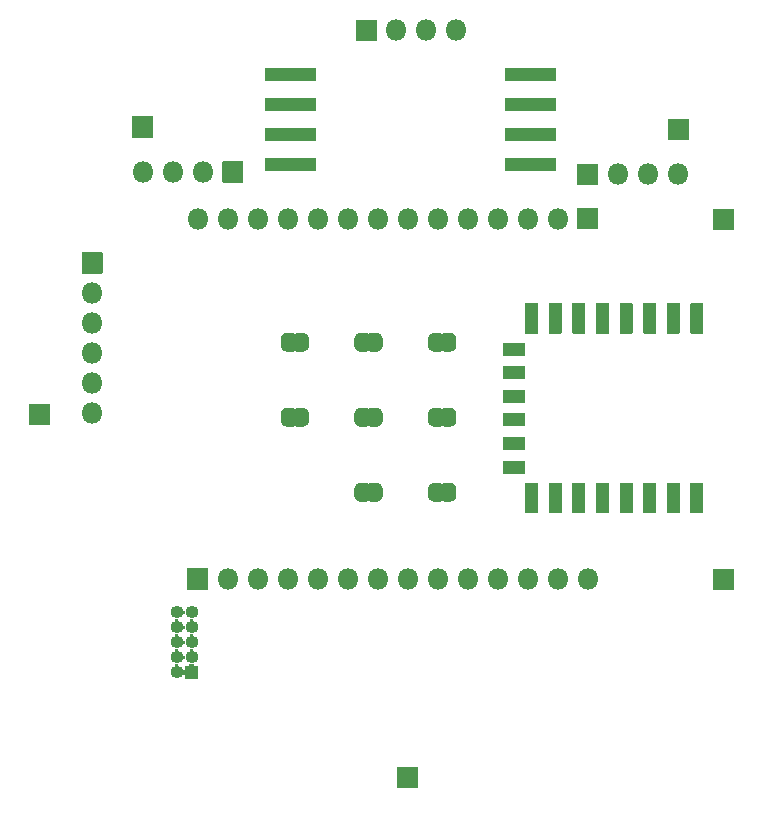
<source format=gbs>
G04 #@! TF.GenerationSoftware,KiCad,Pcbnew,5.1.9+dfsg1-1~bpo10+1*
G04 #@! TF.CreationDate,2021-11-05T17:59:57-04:00*
G04 #@! TF.ProjectId,wifi_shield,77696669-5f73-4686-9965-6c642e6b6963,rev?*
G04 #@! TF.SameCoordinates,Original*
G04 #@! TF.FileFunction,Soldermask,Bot*
G04 #@! TF.FilePolarity,Negative*
%FSLAX46Y46*%
G04 Gerber Fmt 4.6, Leading zero omitted, Abs format (unit mm)*
G04 Created by KiCad (PCBNEW 5.1.9+dfsg1-1~bpo10+1) date 2021-11-05 17:59:57*
%MOMM*%
%LPD*%
G01*
G04 APERTURE LIST*
%ADD10C,0.100000*%
%ADD11O,1.801600X1.801600*%
%ADD12O,1.101600X1.101600*%
G04 APERTURE END LIST*
G36*
G01*
X174750000Y-109400800D02*
X173750000Y-109400800D01*
G75*
G02*
X173699200Y-109350000I0J50800D01*
G01*
X173699200Y-106850000D01*
G75*
G02*
X173750000Y-106799200I50800J0D01*
G01*
X174750000Y-106799200D01*
G75*
G02*
X174800800Y-106850000I0J-50800D01*
G01*
X174800800Y-109350000D01*
G75*
G02*
X174750000Y-109400800I-50800J0D01*
G01*
G37*
G36*
G01*
X172750000Y-109400800D02*
X171750000Y-109400800D01*
G75*
G02*
X171699200Y-109350000I0J50800D01*
G01*
X171699200Y-106850000D01*
G75*
G02*
X171750000Y-106799200I50800J0D01*
G01*
X172750000Y-106799200D01*
G75*
G02*
X172800800Y-106850000I0J-50800D01*
G01*
X172800800Y-109350000D01*
G75*
G02*
X172750000Y-109400800I-50800J0D01*
G01*
G37*
G36*
G01*
X170750000Y-109400800D02*
X169750000Y-109400800D01*
G75*
G02*
X169699200Y-109350000I0J50800D01*
G01*
X169699200Y-106850000D01*
G75*
G02*
X169750000Y-106799200I50800J0D01*
G01*
X170750000Y-106799200D01*
G75*
G02*
X170800800Y-106850000I0J-50800D01*
G01*
X170800800Y-109350000D01*
G75*
G02*
X170750000Y-109400800I-50800J0D01*
G01*
G37*
G36*
G01*
X168750000Y-109400800D02*
X167750000Y-109400800D01*
G75*
G02*
X167699200Y-109350000I0J50800D01*
G01*
X167699200Y-106850000D01*
G75*
G02*
X167750000Y-106799200I50800J0D01*
G01*
X168750000Y-106799200D01*
G75*
G02*
X168800800Y-106850000I0J-50800D01*
G01*
X168800800Y-109350000D01*
G75*
G02*
X168750000Y-109400800I-50800J0D01*
G01*
G37*
G36*
G01*
X166750000Y-109400800D02*
X165750000Y-109400800D01*
G75*
G02*
X165699200Y-109350000I0J50800D01*
G01*
X165699200Y-106850000D01*
G75*
G02*
X165750000Y-106799200I50800J0D01*
G01*
X166750000Y-106799200D01*
G75*
G02*
X166800800Y-106850000I0J-50800D01*
G01*
X166800800Y-109350000D01*
G75*
G02*
X166750000Y-109400800I-50800J0D01*
G01*
G37*
G36*
G01*
X164750000Y-109400800D02*
X163750000Y-109400800D01*
G75*
G02*
X163699200Y-109350000I0J50800D01*
G01*
X163699200Y-106850000D01*
G75*
G02*
X163750000Y-106799200I50800J0D01*
G01*
X164750000Y-106799200D01*
G75*
G02*
X164800800Y-106850000I0J-50800D01*
G01*
X164800800Y-109350000D01*
G75*
G02*
X164750000Y-109400800I-50800J0D01*
G01*
G37*
G36*
G01*
X162750000Y-109400800D02*
X161750000Y-109400800D01*
G75*
G02*
X161699200Y-109350000I0J50800D01*
G01*
X161699200Y-106850000D01*
G75*
G02*
X161750000Y-106799200I50800J0D01*
G01*
X162750000Y-106799200D01*
G75*
G02*
X162800800Y-106850000I0J-50800D01*
G01*
X162800800Y-109350000D01*
G75*
G02*
X162750000Y-109400800I-50800J0D01*
G01*
G37*
G36*
G01*
X160750000Y-109400800D02*
X159750000Y-109400800D01*
G75*
G02*
X159699200Y-109350000I0J50800D01*
G01*
X159699200Y-106850000D01*
G75*
G02*
X159750000Y-106799200I50800J0D01*
G01*
X160750000Y-106799200D01*
G75*
G02*
X160800800Y-106850000I0J-50800D01*
G01*
X160800800Y-109350000D01*
G75*
G02*
X160750000Y-109400800I-50800J0D01*
G01*
G37*
G36*
G01*
X159650000Y-106050800D02*
X157850000Y-106050800D01*
G75*
G02*
X157799200Y-106000000I0J50800D01*
G01*
X157799200Y-105000000D01*
G75*
G02*
X157850000Y-104949200I50800J0D01*
G01*
X159650000Y-104949200D01*
G75*
G02*
X159700800Y-105000000I0J-50800D01*
G01*
X159700800Y-106000000D01*
G75*
G02*
X159650000Y-106050800I-50800J0D01*
G01*
G37*
G36*
G01*
X159650000Y-104050800D02*
X157850000Y-104050800D01*
G75*
G02*
X157799200Y-104000000I0J50800D01*
G01*
X157799200Y-103000000D01*
G75*
G02*
X157850000Y-102949200I50800J0D01*
G01*
X159650000Y-102949200D01*
G75*
G02*
X159700800Y-103000000I0J-50800D01*
G01*
X159700800Y-104000000D01*
G75*
G02*
X159650000Y-104050800I-50800J0D01*
G01*
G37*
G36*
G01*
X159650000Y-102050800D02*
X157850000Y-102050800D01*
G75*
G02*
X157799200Y-102000000I0J50800D01*
G01*
X157799200Y-101000000D01*
G75*
G02*
X157850000Y-100949200I50800J0D01*
G01*
X159650000Y-100949200D01*
G75*
G02*
X159700800Y-101000000I0J-50800D01*
G01*
X159700800Y-102000000D01*
G75*
G02*
X159650000Y-102050800I-50800J0D01*
G01*
G37*
G36*
G01*
X159650000Y-100050800D02*
X157850000Y-100050800D01*
G75*
G02*
X157799200Y-100000000I0J50800D01*
G01*
X157799200Y-99000000D01*
G75*
G02*
X157850000Y-98949200I50800J0D01*
G01*
X159650000Y-98949200D01*
G75*
G02*
X159700800Y-99000000I0J-50800D01*
G01*
X159700800Y-100000000D01*
G75*
G02*
X159650000Y-100050800I-50800J0D01*
G01*
G37*
G36*
G01*
X159650000Y-98050800D02*
X157850000Y-98050800D01*
G75*
G02*
X157799200Y-98000000I0J50800D01*
G01*
X157799200Y-97000000D01*
G75*
G02*
X157850000Y-96949200I50800J0D01*
G01*
X159650000Y-96949200D01*
G75*
G02*
X159700800Y-97000000I0J-50800D01*
G01*
X159700800Y-98000000D01*
G75*
G02*
X159650000Y-98050800I-50800J0D01*
G01*
G37*
G36*
G01*
X159650000Y-96050800D02*
X157850000Y-96050800D01*
G75*
G02*
X157799200Y-96000000I0J50800D01*
G01*
X157799200Y-95000000D01*
G75*
G02*
X157850000Y-94949200I50800J0D01*
G01*
X159650000Y-94949200D01*
G75*
G02*
X159700800Y-95000000I0J-50800D01*
G01*
X159700800Y-96000000D01*
G75*
G02*
X159650000Y-96050800I-50800J0D01*
G01*
G37*
G36*
G01*
X160750000Y-94200800D02*
X159750000Y-94200800D01*
G75*
G02*
X159699200Y-94150000I0J50800D01*
G01*
X159699200Y-91650000D01*
G75*
G02*
X159750000Y-91599200I50800J0D01*
G01*
X160750000Y-91599200D01*
G75*
G02*
X160800800Y-91650000I0J-50800D01*
G01*
X160800800Y-94150000D01*
G75*
G02*
X160750000Y-94200800I-50800J0D01*
G01*
G37*
G36*
G01*
X162750000Y-94200800D02*
X161750000Y-94200800D01*
G75*
G02*
X161699200Y-94150000I0J50800D01*
G01*
X161699200Y-91650000D01*
G75*
G02*
X161750000Y-91599200I50800J0D01*
G01*
X162750000Y-91599200D01*
G75*
G02*
X162800800Y-91650000I0J-50800D01*
G01*
X162800800Y-94150000D01*
G75*
G02*
X162750000Y-94200800I-50800J0D01*
G01*
G37*
G36*
G01*
X164750000Y-94200800D02*
X163750000Y-94200800D01*
G75*
G02*
X163699200Y-94150000I0J50800D01*
G01*
X163699200Y-91650000D01*
G75*
G02*
X163750000Y-91599200I50800J0D01*
G01*
X164750000Y-91599200D01*
G75*
G02*
X164800800Y-91650000I0J-50800D01*
G01*
X164800800Y-94150000D01*
G75*
G02*
X164750000Y-94200800I-50800J0D01*
G01*
G37*
G36*
G01*
X166750000Y-94200800D02*
X165750000Y-94200800D01*
G75*
G02*
X165699200Y-94150000I0J50800D01*
G01*
X165699200Y-91650000D01*
G75*
G02*
X165750000Y-91599200I50800J0D01*
G01*
X166750000Y-91599200D01*
G75*
G02*
X166800800Y-91650000I0J-50800D01*
G01*
X166800800Y-94150000D01*
G75*
G02*
X166750000Y-94200800I-50800J0D01*
G01*
G37*
G36*
G01*
X168750000Y-94200800D02*
X167750000Y-94200800D01*
G75*
G02*
X167699200Y-94150000I0J50800D01*
G01*
X167699200Y-91650000D01*
G75*
G02*
X167750000Y-91599200I50800J0D01*
G01*
X168750000Y-91599200D01*
G75*
G02*
X168800800Y-91650000I0J-50800D01*
G01*
X168800800Y-94150000D01*
G75*
G02*
X168750000Y-94200800I-50800J0D01*
G01*
G37*
G36*
G01*
X170750000Y-94200800D02*
X169750000Y-94200800D01*
G75*
G02*
X169699200Y-94150000I0J50800D01*
G01*
X169699200Y-91650000D01*
G75*
G02*
X169750000Y-91599200I50800J0D01*
G01*
X170750000Y-91599200D01*
G75*
G02*
X170800800Y-91650000I0J-50800D01*
G01*
X170800800Y-94150000D01*
G75*
G02*
X170750000Y-94200800I-50800J0D01*
G01*
G37*
G36*
G01*
X172750000Y-94200800D02*
X171750000Y-94200800D01*
G75*
G02*
X171699200Y-94150000I0J50800D01*
G01*
X171699200Y-91650000D01*
G75*
G02*
X171750000Y-91599200I50800J0D01*
G01*
X172750000Y-91599200D01*
G75*
G02*
X172800800Y-91650000I0J-50800D01*
G01*
X172800800Y-94150000D01*
G75*
G02*
X172750000Y-94200800I-50800J0D01*
G01*
G37*
G36*
G01*
X174750000Y-94200800D02*
X173750000Y-94200800D01*
G75*
G02*
X173699200Y-94150000I0J50800D01*
G01*
X173699200Y-91650000D01*
G75*
G02*
X173750000Y-91599200I50800J0D01*
G01*
X174750000Y-91599200D01*
G75*
G02*
X174800800Y-91650000I0J-50800D01*
G01*
X174800800Y-94150000D01*
G75*
G02*
X174750000Y-94200800I-50800J0D01*
G01*
G37*
D10*
G36*
X147100113Y-94119802D02*
G01*
X147118534Y-94119802D01*
X147123514Y-94120047D01*
X147172345Y-94124857D01*
X147177275Y-94125588D01*
X147225400Y-94135160D01*
X147230237Y-94136372D01*
X147277192Y-94150616D01*
X147281885Y-94152295D01*
X147327218Y-94171072D01*
X147331726Y-94173204D01*
X147374999Y-94196335D01*
X147379273Y-94198897D01*
X147420072Y-94226157D01*
X147424077Y-94229127D01*
X147462006Y-94260255D01*
X147465700Y-94263603D01*
X147500397Y-94298300D01*
X147503745Y-94301994D01*
X147534873Y-94339923D01*
X147537843Y-94343928D01*
X147565103Y-94384727D01*
X147567665Y-94389001D01*
X147590796Y-94432274D01*
X147592928Y-94436782D01*
X147611705Y-94482115D01*
X147613384Y-94486808D01*
X147627628Y-94533763D01*
X147628840Y-94538600D01*
X147638412Y-94586725D01*
X147639143Y-94591655D01*
X147643953Y-94640486D01*
X147644198Y-94645466D01*
X147644198Y-94663887D01*
X147644800Y-94670000D01*
X147644800Y-95170000D01*
X147644198Y-95176113D01*
X147644198Y-95194534D01*
X147643953Y-95199514D01*
X147639143Y-95248345D01*
X147638412Y-95253275D01*
X147628840Y-95301400D01*
X147627628Y-95306237D01*
X147613384Y-95353192D01*
X147611705Y-95357885D01*
X147592928Y-95403218D01*
X147590796Y-95407726D01*
X147567665Y-95450999D01*
X147565103Y-95455273D01*
X147537843Y-95496072D01*
X147534873Y-95500077D01*
X147503745Y-95538006D01*
X147500397Y-95541700D01*
X147465700Y-95576397D01*
X147462006Y-95579745D01*
X147424077Y-95610873D01*
X147420072Y-95613843D01*
X147379273Y-95641103D01*
X147374999Y-95643665D01*
X147331726Y-95666796D01*
X147327218Y-95668928D01*
X147281885Y-95687705D01*
X147277192Y-95689384D01*
X147230237Y-95703628D01*
X147225400Y-95704840D01*
X147177275Y-95714412D01*
X147172345Y-95715143D01*
X147123514Y-95719953D01*
X147118534Y-95720198D01*
X147100113Y-95720198D01*
X147094000Y-95720800D01*
X146594000Y-95720800D01*
X146584089Y-95719824D01*
X146574560Y-95716933D01*
X146565777Y-95712239D01*
X146558079Y-95705921D01*
X146551761Y-95698223D01*
X146547067Y-95689440D01*
X146544176Y-95679911D01*
X146543200Y-95670000D01*
X146543200Y-94170000D01*
X146544176Y-94160089D01*
X146547067Y-94150560D01*
X146551761Y-94141777D01*
X146558079Y-94134079D01*
X146565777Y-94127761D01*
X146574560Y-94123067D01*
X146584089Y-94120176D01*
X146594000Y-94119200D01*
X147094000Y-94119200D01*
X147100113Y-94119802D01*
G37*
G36*
X146303911Y-94120176D02*
G01*
X146313440Y-94123067D01*
X146322223Y-94127761D01*
X146329921Y-94134079D01*
X146336239Y-94141777D01*
X146340933Y-94150560D01*
X146343824Y-94160089D01*
X146344800Y-94170000D01*
X146344800Y-95670000D01*
X146343824Y-95679911D01*
X146340933Y-95689440D01*
X146336239Y-95698223D01*
X146329921Y-95705921D01*
X146322223Y-95712239D01*
X146313440Y-95716933D01*
X146303911Y-95719824D01*
X146294000Y-95720800D01*
X145794000Y-95720800D01*
X145787887Y-95720198D01*
X145769466Y-95720198D01*
X145764486Y-95719953D01*
X145715655Y-95715143D01*
X145710725Y-95714412D01*
X145662600Y-95704840D01*
X145657763Y-95703628D01*
X145610808Y-95689384D01*
X145606115Y-95687705D01*
X145560782Y-95668928D01*
X145556274Y-95666796D01*
X145513001Y-95643665D01*
X145508727Y-95641103D01*
X145467928Y-95613843D01*
X145463923Y-95610873D01*
X145425994Y-95579745D01*
X145422300Y-95576397D01*
X145387603Y-95541700D01*
X145384255Y-95538006D01*
X145353127Y-95500077D01*
X145350157Y-95496072D01*
X145322897Y-95455273D01*
X145320335Y-95450999D01*
X145297204Y-95407726D01*
X145295072Y-95403218D01*
X145276295Y-95357885D01*
X145274616Y-95353192D01*
X145260372Y-95306237D01*
X145259160Y-95301400D01*
X145249588Y-95253275D01*
X145248857Y-95248345D01*
X145244047Y-95199514D01*
X145243802Y-95194534D01*
X145243802Y-95176113D01*
X145243200Y-95170000D01*
X145243200Y-94670000D01*
X145243802Y-94663887D01*
X145243802Y-94645466D01*
X145244047Y-94640486D01*
X145248857Y-94591655D01*
X145249588Y-94586725D01*
X145259160Y-94538600D01*
X145260372Y-94533763D01*
X145274616Y-94486808D01*
X145276295Y-94482115D01*
X145295072Y-94436782D01*
X145297204Y-94432274D01*
X145320335Y-94389001D01*
X145322897Y-94384727D01*
X145350157Y-94343928D01*
X145353127Y-94339923D01*
X145384255Y-94301994D01*
X145387603Y-94298300D01*
X145422300Y-94263603D01*
X145425994Y-94260255D01*
X145463923Y-94229127D01*
X145467928Y-94226157D01*
X145508727Y-94198897D01*
X145513001Y-94196335D01*
X145556274Y-94173204D01*
X145560782Y-94171072D01*
X145606115Y-94152295D01*
X145610808Y-94150616D01*
X145657763Y-94136372D01*
X145662600Y-94135160D01*
X145710725Y-94125588D01*
X145715655Y-94124857D01*
X145764486Y-94120047D01*
X145769466Y-94119802D01*
X145787887Y-94119802D01*
X145794000Y-94119200D01*
X146294000Y-94119200D01*
X146303911Y-94120176D01*
G37*
G36*
G01*
X137689200Y-80380000D02*
X137689200Y-79380000D01*
G75*
G02*
X137740000Y-79329200I50800J0D01*
G01*
X141940000Y-79329200D01*
G75*
G02*
X141990800Y-79380000I0J-50800D01*
G01*
X141990800Y-80380000D01*
G75*
G02*
X141940000Y-80430800I-50800J0D01*
G01*
X137740000Y-80430800D01*
G75*
G02*
X137689200Y-80380000I0J50800D01*
G01*
G37*
G36*
G01*
X137689200Y-77840000D02*
X137689200Y-76840000D01*
G75*
G02*
X137740000Y-76789200I50800J0D01*
G01*
X141940000Y-76789200D01*
G75*
G02*
X141990800Y-76840000I0J-50800D01*
G01*
X141990800Y-77840000D01*
G75*
G02*
X141940000Y-77890800I-50800J0D01*
G01*
X137740000Y-77890800D01*
G75*
G02*
X137689200Y-77840000I0J50800D01*
G01*
G37*
G36*
G01*
X137689200Y-75300000D02*
X137689200Y-74300000D01*
G75*
G02*
X137740000Y-74249200I50800J0D01*
G01*
X141940000Y-74249200D01*
G75*
G02*
X141990800Y-74300000I0J-50800D01*
G01*
X141990800Y-75300000D01*
G75*
G02*
X141940000Y-75350800I-50800J0D01*
G01*
X137740000Y-75350800D01*
G75*
G02*
X137689200Y-75300000I0J50800D01*
G01*
G37*
G36*
G01*
X137689200Y-72760000D02*
X137689200Y-71760000D01*
G75*
G02*
X137740000Y-71709200I50800J0D01*
G01*
X141940000Y-71709200D01*
G75*
G02*
X141990800Y-71760000I0J-50800D01*
G01*
X141990800Y-72760000D01*
G75*
G02*
X141940000Y-72810800I-50800J0D01*
G01*
X137740000Y-72810800D01*
G75*
G02*
X137689200Y-72760000I0J50800D01*
G01*
G37*
G36*
G01*
X158009200Y-80380000D02*
X158009200Y-79380000D01*
G75*
G02*
X158060000Y-79329200I50800J0D01*
G01*
X162260000Y-79329200D01*
G75*
G02*
X162310800Y-79380000I0J-50800D01*
G01*
X162310800Y-80380000D01*
G75*
G02*
X162260000Y-80430800I-50800J0D01*
G01*
X158060000Y-80430800D01*
G75*
G02*
X158009200Y-80380000I0J50800D01*
G01*
G37*
G36*
G01*
X158009200Y-77840000D02*
X158009200Y-76840000D01*
G75*
G02*
X158060000Y-76789200I50800J0D01*
G01*
X162260000Y-76789200D01*
G75*
G02*
X162310800Y-76840000I0J-50800D01*
G01*
X162310800Y-77840000D01*
G75*
G02*
X162260000Y-77890800I-50800J0D01*
G01*
X158060000Y-77890800D01*
G75*
G02*
X158009200Y-77840000I0J50800D01*
G01*
G37*
G36*
G01*
X158009200Y-75300000D02*
X158009200Y-74300000D01*
G75*
G02*
X158060000Y-74249200I50800J0D01*
G01*
X162260000Y-74249200D01*
G75*
G02*
X162310800Y-74300000I0J-50800D01*
G01*
X162310800Y-75300000D01*
G75*
G02*
X162260000Y-75350800I-50800J0D01*
G01*
X158060000Y-75350800D01*
G75*
G02*
X158009200Y-75300000I0J50800D01*
G01*
G37*
G36*
G01*
X158009200Y-72760000D02*
X158009200Y-71760000D01*
G75*
G02*
X158060000Y-71709200I50800J0D01*
G01*
X162260000Y-71709200D01*
G75*
G02*
X162310800Y-71760000I0J-50800D01*
G01*
X162310800Y-72760000D01*
G75*
G02*
X162260000Y-72810800I-50800J0D01*
G01*
X158060000Y-72810800D01*
G75*
G02*
X158009200Y-72760000I0J50800D01*
G01*
G37*
G36*
X152541911Y-100470176D02*
G01*
X152551440Y-100473067D01*
X152560223Y-100477761D01*
X152567921Y-100484079D01*
X152574239Y-100491777D01*
X152578933Y-100500560D01*
X152581824Y-100510089D01*
X152582800Y-100520000D01*
X152582800Y-102020000D01*
X152581824Y-102029911D01*
X152578933Y-102039440D01*
X152574239Y-102048223D01*
X152567921Y-102055921D01*
X152560223Y-102062239D01*
X152551440Y-102066933D01*
X152541911Y-102069824D01*
X152532000Y-102070800D01*
X152032000Y-102070800D01*
X152025887Y-102070198D01*
X152007466Y-102070198D01*
X152002486Y-102069953D01*
X151953655Y-102065143D01*
X151948725Y-102064412D01*
X151900600Y-102054840D01*
X151895763Y-102053628D01*
X151848808Y-102039384D01*
X151844115Y-102037705D01*
X151798782Y-102018928D01*
X151794274Y-102016796D01*
X151751001Y-101993665D01*
X151746727Y-101991103D01*
X151705928Y-101963843D01*
X151701923Y-101960873D01*
X151663994Y-101929745D01*
X151660300Y-101926397D01*
X151625603Y-101891700D01*
X151622255Y-101888006D01*
X151591127Y-101850077D01*
X151588157Y-101846072D01*
X151560897Y-101805273D01*
X151558335Y-101800999D01*
X151535204Y-101757726D01*
X151533072Y-101753218D01*
X151514295Y-101707885D01*
X151512616Y-101703192D01*
X151498372Y-101656237D01*
X151497160Y-101651400D01*
X151487588Y-101603275D01*
X151486857Y-101598345D01*
X151482047Y-101549514D01*
X151481802Y-101544534D01*
X151481802Y-101526113D01*
X151481200Y-101520000D01*
X151481200Y-101020000D01*
X151481802Y-101013887D01*
X151481802Y-100995466D01*
X151482047Y-100990486D01*
X151486857Y-100941655D01*
X151487588Y-100936725D01*
X151497160Y-100888600D01*
X151498372Y-100883763D01*
X151512616Y-100836808D01*
X151514295Y-100832115D01*
X151533072Y-100786782D01*
X151535204Y-100782274D01*
X151558335Y-100739001D01*
X151560897Y-100734727D01*
X151588157Y-100693928D01*
X151591127Y-100689923D01*
X151622255Y-100651994D01*
X151625603Y-100648300D01*
X151660300Y-100613603D01*
X151663994Y-100610255D01*
X151701923Y-100579127D01*
X151705928Y-100576157D01*
X151746727Y-100548897D01*
X151751001Y-100546335D01*
X151794274Y-100523204D01*
X151798782Y-100521072D01*
X151844115Y-100502295D01*
X151848808Y-100500616D01*
X151895763Y-100486372D01*
X151900600Y-100485160D01*
X151948725Y-100475588D01*
X151953655Y-100474857D01*
X152002486Y-100470047D01*
X152007466Y-100469802D01*
X152025887Y-100469802D01*
X152032000Y-100469200D01*
X152532000Y-100469200D01*
X152541911Y-100470176D01*
G37*
G36*
X153338113Y-100469802D02*
G01*
X153356534Y-100469802D01*
X153361514Y-100470047D01*
X153410345Y-100474857D01*
X153415275Y-100475588D01*
X153463400Y-100485160D01*
X153468237Y-100486372D01*
X153515192Y-100500616D01*
X153519885Y-100502295D01*
X153565218Y-100521072D01*
X153569726Y-100523204D01*
X153612999Y-100546335D01*
X153617273Y-100548897D01*
X153658072Y-100576157D01*
X153662077Y-100579127D01*
X153700006Y-100610255D01*
X153703700Y-100613603D01*
X153738397Y-100648300D01*
X153741745Y-100651994D01*
X153772873Y-100689923D01*
X153775843Y-100693928D01*
X153803103Y-100734727D01*
X153805665Y-100739001D01*
X153828796Y-100782274D01*
X153830928Y-100786782D01*
X153849705Y-100832115D01*
X153851384Y-100836808D01*
X153865628Y-100883763D01*
X153866840Y-100888600D01*
X153876412Y-100936725D01*
X153877143Y-100941655D01*
X153881953Y-100990486D01*
X153882198Y-100995466D01*
X153882198Y-101013887D01*
X153882800Y-101020000D01*
X153882800Y-101520000D01*
X153882198Y-101526113D01*
X153882198Y-101544534D01*
X153881953Y-101549514D01*
X153877143Y-101598345D01*
X153876412Y-101603275D01*
X153866840Y-101651400D01*
X153865628Y-101656237D01*
X153851384Y-101703192D01*
X153849705Y-101707885D01*
X153830928Y-101753218D01*
X153828796Y-101757726D01*
X153805665Y-101800999D01*
X153803103Y-101805273D01*
X153775843Y-101846072D01*
X153772873Y-101850077D01*
X153741745Y-101888006D01*
X153738397Y-101891700D01*
X153703700Y-101926397D01*
X153700006Y-101929745D01*
X153662077Y-101960873D01*
X153658072Y-101963843D01*
X153617273Y-101991103D01*
X153612999Y-101993665D01*
X153569726Y-102016796D01*
X153565218Y-102018928D01*
X153519885Y-102037705D01*
X153515192Y-102039384D01*
X153468237Y-102053628D01*
X153463400Y-102054840D01*
X153415275Y-102064412D01*
X153410345Y-102065143D01*
X153361514Y-102069953D01*
X153356534Y-102070198D01*
X153338113Y-102070198D01*
X153332000Y-102070800D01*
X152832000Y-102070800D01*
X152822089Y-102069824D01*
X152812560Y-102066933D01*
X152803777Y-102062239D01*
X152796079Y-102055921D01*
X152789761Y-102048223D01*
X152785067Y-102039440D01*
X152782176Y-102029911D01*
X152781200Y-102020000D01*
X152781200Y-100520000D01*
X152782176Y-100510089D01*
X152785067Y-100500560D01*
X152789761Y-100491777D01*
X152796079Y-100484079D01*
X152803777Y-100477761D01*
X152812560Y-100473067D01*
X152822089Y-100470176D01*
X152832000Y-100469200D01*
X153332000Y-100469200D01*
X153338113Y-100469802D01*
G37*
G36*
G01*
X147100000Y-69400800D02*
X145400000Y-69400800D01*
G75*
G02*
X145349200Y-69350000I0J50800D01*
G01*
X145349200Y-67650000D01*
G75*
G02*
X145400000Y-67599200I50800J0D01*
G01*
X147100000Y-67599200D01*
G75*
G02*
X147150800Y-67650000I0J-50800D01*
G01*
X147150800Y-69350000D01*
G75*
G02*
X147100000Y-69400800I-50800J0D01*
G01*
G37*
D11*
X148790000Y-68500000D03*
X151330000Y-68500000D03*
X153870000Y-68500000D03*
D10*
G36*
X140065911Y-94120176D02*
G01*
X140075440Y-94123067D01*
X140084223Y-94127761D01*
X140091921Y-94134079D01*
X140098239Y-94141777D01*
X140102933Y-94150560D01*
X140105824Y-94160089D01*
X140106800Y-94170000D01*
X140106800Y-95670000D01*
X140105824Y-95679911D01*
X140102933Y-95689440D01*
X140098239Y-95698223D01*
X140091921Y-95705921D01*
X140084223Y-95712239D01*
X140075440Y-95716933D01*
X140065911Y-95719824D01*
X140056000Y-95720800D01*
X139556000Y-95720800D01*
X139549887Y-95720198D01*
X139531466Y-95720198D01*
X139526486Y-95719953D01*
X139477655Y-95715143D01*
X139472725Y-95714412D01*
X139424600Y-95704840D01*
X139419763Y-95703628D01*
X139372808Y-95689384D01*
X139368115Y-95687705D01*
X139322782Y-95668928D01*
X139318274Y-95666796D01*
X139275001Y-95643665D01*
X139270727Y-95641103D01*
X139229928Y-95613843D01*
X139225923Y-95610873D01*
X139187994Y-95579745D01*
X139184300Y-95576397D01*
X139149603Y-95541700D01*
X139146255Y-95538006D01*
X139115127Y-95500077D01*
X139112157Y-95496072D01*
X139084897Y-95455273D01*
X139082335Y-95450999D01*
X139059204Y-95407726D01*
X139057072Y-95403218D01*
X139038295Y-95357885D01*
X139036616Y-95353192D01*
X139022372Y-95306237D01*
X139021160Y-95301400D01*
X139011588Y-95253275D01*
X139010857Y-95248345D01*
X139006047Y-95199514D01*
X139005802Y-95194534D01*
X139005802Y-95176113D01*
X139005200Y-95170000D01*
X139005200Y-94670000D01*
X139005802Y-94663887D01*
X139005802Y-94645466D01*
X139006047Y-94640486D01*
X139010857Y-94591655D01*
X139011588Y-94586725D01*
X139021160Y-94538600D01*
X139022372Y-94533763D01*
X139036616Y-94486808D01*
X139038295Y-94482115D01*
X139057072Y-94436782D01*
X139059204Y-94432274D01*
X139082335Y-94389001D01*
X139084897Y-94384727D01*
X139112157Y-94343928D01*
X139115127Y-94339923D01*
X139146255Y-94301994D01*
X139149603Y-94298300D01*
X139184300Y-94263603D01*
X139187994Y-94260255D01*
X139225923Y-94229127D01*
X139229928Y-94226157D01*
X139270727Y-94198897D01*
X139275001Y-94196335D01*
X139318274Y-94173204D01*
X139322782Y-94171072D01*
X139368115Y-94152295D01*
X139372808Y-94150616D01*
X139419763Y-94136372D01*
X139424600Y-94135160D01*
X139472725Y-94125588D01*
X139477655Y-94124857D01*
X139526486Y-94120047D01*
X139531466Y-94119802D01*
X139549887Y-94119802D01*
X139556000Y-94119200D01*
X140056000Y-94119200D01*
X140065911Y-94120176D01*
G37*
G36*
X140862113Y-94119802D02*
G01*
X140880534Y-94119802D01*
X140885514Y-94120047D01*
X140934345Y-94124857D01*
X140939275Y-94125588D01*
X140987400Y-94135160D01*
X140992237Y-94136372D01*
X141039192Y-94150616D01*
X141043885Y-94152295D01*
X141089218Y-94171072D01*
X141093726Y-94173204D01*
X141136999Y-94196335D01*
X141141273Y-94198897D01*
X141182072Y-94226157D01*
X141186077Y-94229127D01*
X141224006Y-94260255D01*
X141227700Y-94263603D01*
X141262397Y-94298300D01*
X141265745Y-94301994D01*
X141296873Y-94339923D01*
X141299843Y-94343928D01*
X141327103Y-94384727D01*
X141329665Y-94389001D01*
X141352796Y-94432274D01*
X141354928Y-94436782D01*
X141373705Y-94482115D01*
X141375384Y-94486808D01*
X141389628Y-94533763D01*
X141390840Y-94538600D01*
X141400412Y-94586725D01*
X141401143Y-94591655D01*
X141405953Y-94640486D01*
X141406198Y-94645466D01*
X141406198Y-94663887D01*
X141406800Y-94670000D01*
X141406800Y-95170000D01*
X141406198Y-95176113D01*
X141406198Y-95194534D01*
X141405953Y-95199514D01*
X141401143Y-95248345D01*
X141400412Y-95253275D01*
X141390840Y-95301400D01*
X141389628Y-95306237D01*
X141375384Y-95353192D01*
X141373705Y-95357885D01*
X141354928Y-95403218D01*
X141352796Y-95407726D01*
X141329665Y-95450999D01*
X141327103Y-95455273D01*
X141299843Y-95496072D01*
X141296873Y-95500077D01*
X141265745Y-95538006D01*
X141262397Y-95541700D01*
X141227700Y-95576397D01*
X141224006Y-95579745D01*
X141186077Y-95610873D01*
X141182072Y-95613843D01*
X141141273Y-95641103D01*
X141136999Y-95643665D01*
X141093726Y-95666796D01*
X141089218Y-95668928D01*
X141043885Y-95687705D01*
X141039192Y-95689384D01*
X140992237Y-95703628D01*
X140987400Y-95704840D01*
X140939275Y-95714412D01*
X140934345Y-95715143D01*
X140885514Y-95719953D01*
X140880534Y-95720198D01*
X140862113Y-95720198D01*
X140856000Y-95720800D01*
X140356000Y-95720800D01*
X140346089Y-95719824D01*
X140336560Y-95716933D01*
X140327777Y-95712239D01*
X140320079Y-95705921D01*
X140313761Y-95698223D01*
X140309067Y-95689440D01*
X140306176Y-95679911D01*
X140305200Y-95670000D01*
X140305200Y-94170000D01*
X140306176Y-94160089D01*
X140309067Y-94150560D01*
X140313761Y-94141777D01*
X140320079Y-94134079D01*
X140327777Y-94127761D01*
X140336560Y-94123067D01*
X140346089Y-94120176D01*
X140356000Y-94119200D01*
X140856000Y-94119200D01*
X140862113Y-94119802D01*
G37*
G36*
X140065911Y-100470176D02*
G01*
X140075440Y-100473067D01*
X140084223Y-100477761D01*
X140091921Y-100484079D01*
X140098239Y-100491777D01*
X140102933Y-100500560D01*
X140105824Y-100510089D01*
X140106800Y-100520000D01*
X140106800Y-102020000D01*
X140105824Y-102029911D01*
X140102933Y-102039440D01*
X140098239Y-102048223D01*
X140091921Y-102055921D01*
X140084223Y-102062239D01*
X140075440Y-102066933D01*
X140065911Y-102069824D01*
X140056000Y-102070800D01*
X139556000Y-102070800D01*
X139549887Y-102070198D01*
X139531466Y-102070198D01*
X139526486Y-102069953D01*
X139477655Y-102065143D01*
X139472725Y-102064412D01*
X139424600Y-102054840D01*
X139419763Y-102053628D01*
X139372808Y-102039384D01*
X139368115Y-102037705D01*
X139322782Y-102018928D01*
X139318274Y-102016796D01*
X139275001Y-101993665D01*
X139270727Y-101991103D01*
X139229928Y-101963843D01*
X139225923Y-101960873D01*
X139187994Y-101929745D01*
X139184300Y-101926397D01*
X139149603Y-101891700D01*
X139146255Y-101888006D01*
X139115127Y-101850077D01*
X139112157Y-101846072D01*
X139084897Y-101805273D01*
X139082335Y-101800999D01*
X139059204Y-101757726D01*
X139057072Y-101753218D01*
X139038295Y-101707885D01*
X139036616Y-101703192D01*
X139022372Y-101656237D01*
X139021160Y-101651400D01*
X139011588Y-101603275D01*
X139010857Y-101598345D01*
X139006047Y-101549514D01*
X139005802Y-101544534D01*
X139005802Y-101526113D01*
X139005200Y-101520000D01*
X139005200Y-101020000D01*
X139005802Y-101013887D01*
X139005802Y-100995466D01*
X139006047Y-100990486D01*
X139010857Y-100941655D01*
X139011588Y-100936725D01*
X139021160Y-100888600D01*
X139022372Y-100883763D01*
X139036616Y-100836808D01*
X139038295Y-100832115D01*
X139057072Y-100786782D01*
X139059204Y-100782274D01*
X139082335Y-100739001D01*
X139084897Y-100734727D01*
X139112157Y-100693928D01*
X139115127Y-100689923D01*
X139146255Y-100651994D01*
X139149603Y-100648300D01*
X139184300Y-100613603D01*
X139187994Y-100610255D01*
X139225923Y-100579127D01*
X139229928Y-100576157D01*
X139270727Y-100548897D01*
X139275001Y-100546335D01*
X139318274Y-100523204D01*
X139322782Y-100521072D01*
X139368115Y-100502295D01*
X139372808Y-100500616D01*
X139419763Y-100486372D01*
X139424600Y-100485160D01*
X139472725Y-100475588D01*
X139477655Y-100474857D01*
X139526486Y-100470047D01*
X139531466Y-100469802D01*
X139549887Y-100469802D01*
X139556000Y-100469200D01*
X140056000Y-100469200D01*
X140065911Y-100470176D01*
G37*
G36*
X140862113Y-100469802D02*
G01*
X140880534Y-100469802D01*
X140885514Y-100470047D01*
X140934345Y-100474857D01*
X140939275Y-100475588D01*
X140987400Y-100485160D01*
X140992237Y-100486372D01*
X141039192Y-100500616D01*
X141043885Y-100502295D01*
X141089218Y-100521072D01*
X141093726Y-100523204D01*
X141136999Y-100546335D01*
X141141273Y-100548897D01*
X141182072Y-100576157D01*
X141186077Y-100579127D01*
X141224006Y-100610255D01*
X141227700Y-100613603D01*
X141262397Y-100648300D01*
X141265745Y-100651994D01*
X141296873Y-100689923D01*
X141299843Y-100693928D01*
X141327103Y-100734727D01*
X141329665Y-100739001D01*
X141352796Y-100782274D01*
X141354928Y-100786782D01*
X141373705Y-100832115D01*
X141375384Y-100836808D01*
X141389628Y-100883763D01*
X141390840Y-100888600D01*
X141400412Y-100936725D01*
X141401143Y-100941655D01*
X141405953Y-100990486D01*
X141406198Y-100995466D01*
X141406198Y-101013887D01*
X141406800Y-101020000D01*
X141406800Y-101520000D01*
X141406198Y-101526113D01*
X141406198Y-101544534D01*
X141405953Y-101549514D01*
X141401143Y-101598345D01*
X141400412Y-101603275D01*
X141390840Y-101651400D01*
X141389628Y-101656237D01*
X141375384Y-101703192D01*
X141373705Y-101707885D01*
X141354928Y-101753218D01*
X141352796Y-101757726D01*
X141329665Y-101800999D01*
X141327103Y-101805273D01*
X141299843Y-101846072D01*
X141296873Y-101850077D01*
X141265745Y-101888006D01*
X141262397Y-101891700D01*
X141227700Y-101926397D01*
X141224006Y-101929745D01*
X141186077Y-101960873D01*
X141182072Y-101963843D01*
X141141273Y-101991103D01*
X141136999Y-101993665D01*
X141093726Y-102016796D01*
X141089218Y-102018928D01*
X141043885Y-102037705D01*
X141039192Y-102039384D01*
X140992237Y-102053628D01*
X140987400Y-102054840D01*
X140939275Y-102064412D01*
X140934345Y-102065143D01*
X140885514Y-102069953D01*
X140880534Y-102070198D01*
X140862113Y-102070198D01*
X140856000Y-102070800D01*
X140356000Y-102070800D01*
X140346089Y-102069824D01*
X140336560Y-102066933D01*
X140327777Y-102062239D01*
X140320079Y-102055921D01*
X140313761Y-102048223D01*
X140309067Y-102039440D01*
X140306176Y-102029911D01*
X140305200Y-102020000D01*
X140305200Y-100520000D01*
X140306176Y-100510089D01*
X140309067Y-100500560D01*
X140313761Y-100491777D01*
X140320079Y-100484079D01*
X140327777Y-100477761D01*
X140336560Y-100473067D01*
X140346089Y-100470176D01*
X140356000Y-100469200D01*
X140856000Y-100469200D01*
X140862113Y-100469802D01*
G37*
G36*
X153338113Y-106819802D02*
G01*
X153356534Y-106819802D01*
X153361514Y-106820047D01*
X153410345Y-106824857D01*
X153415275Y-106825588D01*
X153463400Y-106835160D01*
X153468237Y-106836372D01*
X153515192Y-106850616D01*
X153519885Y-106852295D01*
X153565218Y-106871072D01*
X153569726Y-106873204D01*
X153612999Y-106896335D01*
X153617273Y-106898897D01*
X153658072Y-106926157D01*
X153662077Y-106929127D01*
X153700006Y-106960255D01*
X153703700Y-106963603D01*
X153738397Y-106998300D01*
X153741745Y-107001994D01*
X153772873Y-107039923D01*
X153775843Y-107043928D01*
X153803103Y-107084727D01*
X153805665Y-107089001D01*
X153828796Y-107132274D01*
X153830928Y-107136782D01*
X153849705Y-107182115D01*
X153851384Y-107186808D01*
X153865628Y-107233763D01*
X153866840Y-107238600D01*
X153876412Y-107286725D01*
X153877143Y-107291655D01*
X153881953Y-107340486D01*
X153882198Y-107345466D01*
X153882198Y-107363887D01*
X153882800Y-107370000D01*
X153882800Y-107870000D01*
X153882198Y-107876113D01*
X153882198Y-107894534D01*
X153881953Y-107899514D01*
X153877143Y-107948345D01*
X153876412Y-107953275D01*
X153866840Y-108001400D01*
X153865628Y-108006237D01*
X153851384Y-108053192D01*
X153849705Y-108057885D01*
X153830928Y-108103218D01*
X153828796Y-108107726D01*
X153805665Y-108150999D01*
X153803103Y-108155273D01*
X153775843Y-108196072D01*
X153772873Y-108200077D01*
X153741745Y-108238006D01*
X153738397Y-108241700D01*
X153703700Y-108276397D01*
X153700006Y-108279745D01*
X153662077Y-108310873D01*
X153658072Y-108313843D01*
X153617273Y-108341103D01*
X153612999Y-108343665D01*
X153569726Y-108366796D01*
X153565218Y-108368928D01*
X153519885Y-108387705D01*
X153515192Y-108389384D01*
X153468237Y-108403628D01*
X153463400Y-108404840D01*
X153415275Y-108414412D01*
X153410345Y-108415143D01*
X153361514Y-108419953D01*
X153356534Y-108420198D01*
X153338113Y-108420198D01*
X153332000Y-108420800D01*
X152832000Y-108420800D01*
X152822089Y-108419824D01*
X152812560Y-108416933D01*
X152803777Y-108412239D01*
X152796079Y-108405921D01*
X152789761Y-108398223D01*
X152785067Y-108389440D01*
X152782176Y-108379911D01*
X152781200Y-108370000D01*
X152781200Y-106870000D01*
X152782176Y-106860089D01*
X152785067Y-106850560D01*
X152789761Y-106841777D01*
X152796079Y-106834079D01*
X152803777Y-106827761D01*
X152812560Y-106823067D01*
X152822089Y-106820176D01*
X152832000Y-106819200D01*
X153332000Y-106819200D01*
X153338113Y-106819802D01*
G37*
G36*
X152541911Y-106820176D02*
G01*
X152551440Y-106823067D01*
X152560223Y-106827761D01*
X152567921Y-106834079D01*
X152574239Y-106841777D01*
X152578933Y-106850560D01*
X152581824Y-106860089D01*
X152582800Y-106870000D01*
X152582800Y-108370000D01*
X152581824Y-108379911D01*
X152578933Y-108389440D01*
X152574239Y-108398223D01*
X152567921Y-108405921D01*
X152560223Y-108412239D01*
X152551440Y-108416933D01*
X152541911Y-108419824D01*
X152532000Y-108420800D01*
X152032000Y-108420800D01*
X152025887Y-108420198D01*
X152007466Y-108420198D01*
X152002486Y-108419953D01*
X151953655Y-108415143D01*
X151948725Y-108414412D01*
X151900600Y-108404840D01*
X151895763Y-108403628D01*
X151848808Y-108389384D01*
X151844115Y-108387705D01*
X151798782Y-108368928D01*
X151794274Y-108366796D01*
X151751001Y-108343665D01*
X151746727Y-108341103D01*
X151705928Y-108313843D01*
X151701923Y-108310873D01*
X151663994Y-108279745D01*
X151660300Y-108276397D01*
X151625603Y-108241700D01*
X151622255Y-108238006D01*
X151591127Y-108200077D01*
X151588157Y-108196072D01*
X151560897Y-108155273D01*
X151558335Y-108150999D01*
X151535204Y-108107726D01*
X151533072Y-108103218D01*
X151514295Y-108057885D01*
X151512616Y-108053192D01*
X151498372Y-108006237D01*
X151497160Y-108001400D01*
X151487588Y-107953275D01*
X151486857Y-107948345D01*
X151482047Y-107899514D01*
X151481802Y-107894534D01*
X151481802Y-107876113D01*
X151481200Y-107870000D01*
X151481200Y-107370000D01*
X151481802Y-107363887D01*
X151481802Y-107345466D01*
X151482047Y-107340486D01*
X151486857Y-107291655D01*
X151487588Y-107286725D01*
X151497160Y-107238600D01*
X151498372Y-107233763D01*
X151512616Y-107186808D01*
X151514295Y-107182115D01*
X151533072Y-107136782D01*
X151535204Y-107132274D01*
X151558335Y-107089001D01*
X151560897Y-107084727D01*
X151588157Y-107043928D01*
X151591127Y-107039923D01*
X151622255Y-107001994D01*
X151625603Y-106998300D01*
X151660300Y-106963603D01*
X151663994Y-106960255D01*
X151701923Y-106929127D01*
X151705928Y-106926157D01*
X151746727Y-106898897D01*
X151751001Y-106896335D01*
X151794274Y-106873204D01*
X151798782Y-106871072D01*
X151844115Y-106852295D01*
X151848808Y-106850616D01*
X151895763Y-106836372D01*
X151900600Y-106835160D01*
X151948725Y-106825588D01*
X151953655Y-106824857D01*
X152002486Y-106820047D01*
X152007466Y-106819802D01*
X152025887Y-106819802D01*
X152032000Y-106819200D01*
X152532000Y-106819200D01*
X152541911Y-106820176D01*
G37*
G36*
X152541911Y-94120176D02*
G01*
X152551440Y-94123067D01*
X152560223Y-94127761D01*
X152567921Y-94134079D01*
X152574239Y-94141777D01*
X152578933Y-94150560D01*
X152581824Y-94160089D01*
X152582800Y-94170000D01*
X152582800Y-95670000D01*
X152581824Y-95679911D01*
X152578933Y-95689440D01*
X152574239Y-95698223D01*
X152567921Y-95705921D01*
X152560223Y-95712239D01*
X152551440Y-95716933D01*
X152541911Y-95719824D01*
X152532000Y-95720800D01*
X152032000Y-95720800D01*
X152025887Y-95720198D01*
X152007466Y-95720198D01*
X152002486Y-95719953D01*
X151953655Y-95715143D01*
X151948725Y-95714412D01*
X151900600Y-95704840D01*
X151895763Y-95703628D01*
X151848808Y-95689384D01*
X151844115Y-95687705D01*
X151798782Y-95668928D01*
X151794274Y-95666796D01*
X151751001Y-95643665D01*
X151746727Y-95641103D01*
X151705928Y-95613843D01*
X151701923Y-95610873D01*
X151663994Y-95579745D01*
X151660300Y-95576397D01*
X151625603Y-95541700D01*
X151622255Y-95538006D01*
X151591127Y-95500077D01*
X151588157Y-95496072D01*
X151560897Y-95455273D01*
X151558335Y-95450999D01*
X151535204Y-95407726D01*
X151533072Y-95403218D01*
X151514295Y-95357885D01*
X151512616Y-95353192D01*
X151498372Y-95306237D01*
X151497160Y-95301400D01*
X151487588Y-95253275D01*
X151486857Y-95248345D01*
X151482047Y-95199514D01*
X151481802Y-95194534D01*
X151481802Y-95176113D01*
X151481200Y-95170000D01*
X151481200Y-94670000D01*
X151481802Y-94663887D01*
X151481802Y-94645466D01*
X151482047Y-94640486D01*
X151486857Y-94591655D01*
X151487588Y-94586725D01*
X151497160Y-94538600D01*
X151498372Y-94533763D01*
X151512616Y-94486808D01*
X151514295Y-94482115D01*
X151533072Y-94436782D01*
X151535204Y-94432274D01*
X151558335Y-94389001D01*
X151560897Y-94384727D01*
X151588157Y-94343928D01*
X151591127Y-94339923D01*
X151622255Y-94301994D01*
X151625603Y-94298300D01*
X151660300Y-94263603D01*
X151663994Y-94260255D01*
X151701923Y-94229127D01*
X151705928Y-94226157D01*
X151746727Y-94198897D01*
X151751001Y-94196335D01*
X151794274Y-94173204D01*
X151798782Y-94171072D01*
X151844115Y-94152295D01*
X151848808Y-94150616D01*
X151895763Y-94136372D01*
X151900600Y-94135160D01*
X151948725Y-94125588D01*
X151953655Y-94124857D01*
X152002486Y-94120047D01*
X152007466Y-94119802D01*
X152025887Y-94119802D01*
X152032000Y-94119200D01*
X152532000Y-94119200D01*
X152541911Y-94120176D01*
G37*
G36*
X153338113Y-94119802D02*
G01*
X153356534Y-94119802D01*
X153361514Y-94120047D01*
X153410345Y-94124857D01*
X153415275Y-94125588D01*
X153463400Y-94135160D01*
X153468237Y-94136372D01*
X153515192Y-94150616D01*
X153519885Y-94152295D01*
X153565218Y-94171072D01*
X153569726Y-94173204D01*
X153612999Y-94196335D01*
X153617273Y-94198897D01*
X153658072Y-94226157D01*
X153662077Y-94229127D01*
X153700006Y-94260255D01*
X153703700Y-94263603D01*
X153738397Y-94298300D01*
X153741745Y-94301994D01*
X153772873Y-94339923D01*
X153775843Y-94343928D01*
X153803103Y-94384727D01*
X153805665Y-94389001D01*
X153828796Y-94432274D01*
X153830928Y-94436782D01*
X153849705Y-94482115D01*
X153851384Y-94486808D01*
X153865628Y-94533763D01*
X153866840Y-94538600D01*
X153876412Y-94586725D01*
X153877143Y-94591655D01*
X153881953Y-94640486D01*
X153882198Y-94645466D01*
X153882198Y-94663887D01*
X153882800Y-94670000D01*
X153882800Y-95170000D01*
X153882198Y-95176113D01*
X153882198Y-95194534D01*
X153881953Y-95199514D01*
X153877143Y-95248345D01*
X153876412Y-95253275D01*
X153866840Y-95301400D01*
X153865628Y-95306237D01*
X153851384Y-95353192D01*
X153849705Y-95357885D01*
X153830928Y-95403218D01*
X153828796Y-95407726D01*
X153805665Y-95450999D01*
X153803103Y-95455273D01*
X153775843Y-95496072D01*
X153772873Y-95500077D01*
X153741745Y-95538006D01*
X153738397Y-95541700D01*
X153703700Y-95576397D01*
X153700006Y-95579745D01*
X153662077Y-95610873D01*
X153658072Y-95613843D01*
X153617273Y-95641103D01*
X153612999Y-95643665D01*
X153569726Y-95666796D01*
X153565218Y-95668928D01*
X153519885Y-95687705D01*
X153515192Y-95689384D01*
X153468237Y-95703628D01*
X153463400Y-95704840D01*
X153415275Y-95714412D01*
X153410345Y-95715143D01*
X153361514Y-95719953D01*
X153356534Y-95720198D01*
X153338113Y-95720198D01*
X153332000Y-95720800D01*
X152832000Y-95720800D01*
X152822089Y-95719824D01*
X152812560Y-95716933D01*
X152803777Y-95712239D01*
X152796079Y-95705921D01*
X152789761Y-95698223D01*
X152785067Y-95689440D01*
X152782176Y-95679911D01*
X152781200Y-95670000D01*
X152781200Y-94170000D01*
X152782176Y-94160089D01*
X152785067Y-94150560D01*
X152789761Y-94141777D01*
X152796079Y-94134079D01*
X152803777Y-94127761D01*
X152812560Y-94123067D01*
X152822089Y-94120176D01*
X152832000Y-94119200D01*
X153332000Y-94119200D01*
X153338113Y-94119802D01*
G37*
G36*
X147100113Y-100469802D02*
G01*
X147118534Y-100469802D01*
X147123514Y-100470047D01*
X147172345Y-100474857D01*
X147177275Y-100475588D01*
X147225400Y-100485160D01*
X147230237Y-100486372D01*
X147277192Y-100500616D01*
X147281885Y-100502295D01*
X147327218Y-100521072D01*
X147331726Y-100523204D01*
X147374999Y-100546335D01*
X147379273Y-100548897D01*
X147420072Y-100576157D01*
X147424077Y-100579127D01*
X147462006Y-100610255D01*
X147465700Y-100613603D01*
X147500397Y-100648300D01*
X147503745Y-100651994D01*
X147534873Y-100689923D01*
X147537843Y-100693928D01*
X147565103Y-100734727D01*
X147567665Y-100739001D01*
X147590796Y-100782274D01*
X147592928Y-100786782D01*
X147611705Y-100832115D01*
X147613384Y-100836808D01*
X147627628Y-100883763D01*
X147628840Y-100888600D01*
X147638412Y-100936725D01*
X147639143Y-100941655D01*
X147643953Y-100990486D01*
X147644198Y-100995466D01*
X147644198Y-101013887D01*
X147644800Y-101020000D01*
X147644800Y-101520000D01*
X147644198Y-101526113D01*
X147644198Y-101544534D01*
X147643953Y-101549514D01*
X147639143Y-101598345D01*
X147638412Y-101603275D01*
X147628840Y-101651400D01*
X147627628Y-101656237D01*
X147613384Y-101703192D01*
X147611705Y-101707885D01*
X147592928Y-101753218D01*
X147590796Y-101757726D01*
X147567665Y-101800999D01*
X147565103Y-101805273D01*
X147537843Y-101846072D01*
X147534873Y-101850077D01*
X147503745Y-101888006D01*
X147500397Y-101891700D01*
X147465700Y-101926397D01*
X147462006Y-101929745D01*
X147424077Y-101960873D01*
X147420072Y-101963843D01*
X147379273Y-101991103D01*
X147374999Y-101993665D01*
X147331726Y-102016796D01*
X147327218Y-102018928D01*
X147281885Y-102037705D01*
X147277192Y-102039384D01*
X147230237Y-102053628D01*
X147225400Y-102054840D01*
X147177275Y-102064412D01*
X147172345Y-102065143D01*
X147123514Y-102069953D01*
X147118534Y-102070198D01*
X147100113Y-102070198D01*
X147094000Y-102070800D01*
X146594000Y-102070800D01*
X146584089Y-102069824D01*
X146574560Y-102066933D01*
X146565777Y-102062239D01*
X146558079Y-102055921D01*
X146551761Y-102048223D01*
X146547067Y-102039440D01*
X146544176Y-102029911D01*
X146543200Y-102020000D01*
X146543200Y-100520000D01*
X146544176Y-100510089D01*
X146547067Y-100500560D01*
X146551761Y-100491777D01*
X146558079Y-100484079D01*
X146565777Y-100477761D01*
X146574560Y-100473067D01*
X146584089Y-100470176D01*
X146594000Y-100469200D01*
X147094000Y-100469200D01*
X147100113Y-100469802D01*
G37*
G36*
X146303911Y-100470176D02*
G01*
X146313440Y-100473067D01*
X146322223Y-100477761D01*
X146329921Y-100484079D01*
X146336239Y-100491777D01*
X146340933Y-100500560D01*
X146343824Y-100510089D01*
X146344800Y-100520000D01*
X146344800Y-102020000D01*
X146343824Y-102029911D01*
X146340933Y-102039440D01*
X146336239Y-102048223D01*
X146329921Y-102055921D01*
X146322223Y-102062239D01*
X146313440Y-102066933D01*
X146303911Y-102069824D01*
X146294000Y-102070800D01*
X145794000Y-102070800D01*
X145787887Y-102070198D01*
X145769466Y-102070198D01*
X145764486Y-102069953D01*
X145715655Y-102065143D01*
X145710725Y-102064412D01*
X145662600Y-102054840D01*
X145657763Y-102053628D01*
X145610808Y-102039384D01*
X145606115Y-102037705D01*
X145560782Y-102018928D01*
X145556274Y-102016796D01*
X145513001Y-101993665D01*
X145508727Y-101991103D01*
X145467928Y-101963843D01*
X145463923Y-101960873D01*
X145425994Y-101929745D01*
X145422300Y-101926397D01*
X145387603Y-101891700D01*
X145384255Y-101888006D01*
X145353127Y-101850077D01*
X145350157Y-101846072D01*
X145322897Y-101805273D01*
X145320335Y-101800999D01*
X145297204Y-101757726D01*
X145295072Y-101753218D01*
X145276295Y-101707885D01*
X145274616Y-101703192D01*
X145260372Y-101656237D01*
X145259160Y-101651400D01*
X145249588Y-101603275D01*
X145248857Y-101598345D01*
X145244047Y-101549514D01*
X145243802Y-101544534D01*
X145243802Y-101526113D01*
X145243200Y-101520000D01*
X145243200Y-101020000D01*
X145243802Y-101013887D01*
X145243802Y-100995466D01*
X145244047Y-100990486D01*
X145248857Y-100941655D01*
X145249588Y-100936725D01*
X145259160Y-100888600D01*
X145260372Y-100883763D01*
X145274616Y-100836808D01*
X145276295Y-100832115D01*
X145295072Y-100786782D01*
X145297204Y-100782274D01*
X145320335Y-100739001D01*
X145322897Y-100734727D01*
X145350157Y-100693928D01*
X145353127Y-100689923D01*
X145384255Y-100651994D01*
X145387603Y-100648300D01*
X145422300Y-100613603D01*
X145425994Y-100610255D01*
X145463923Y-100579127D01*
X145467928Y-100576157D01*
X145508727Y-100548897D01*
X145513001Y-100546335D01*
X145556274Y-100523204D01*
X145560782Y-100521072D01*
X145606115Y-100502295D01*
X145610808Y-100500616D01*
X145657763Y-100486372D01*
X145662600Y-100485160D01*
X145710725Y-100475588D01*
X145715655Y-100474857D01*
X145764486Y-100470047D01*
X145769466Y-100469802D01*
X145787887Y-100469802D01*
X145794000Y-100469200D01*
X146294000Y-100469200D01*
X146303911Y-100470176D01*
G37*
G36*
X147100113Y-106819802D02*
G01*
X147118534Y-106819802D01*
X147123514Y-106820047D01*
X147172345Y-106824857D01*
X147177275Y-106825588D01*
X147225400Y-106835160D01*
X147230237Y-106836372D01*
X147277192Y-106850616D01*
X147281885Y-106852295D01*
X147327218Y-106871072D01*
X147331726Y-106873204D01*
X147374999Y-106896335D01*
X147379273Y-106898897D01*
X147420072Y-106926157D01*
X147424077Y-106929127D01*
X147462006Y-106960255D01*
X147465700Y-106963603D01*
X147500397Y-106998300D01*
X147503745Y-107001994D01*
X147534873Y-107039923D01*
X147537843Y-107043928D01*
X147565103Y-107084727D01*
X147567665Y-107089001D01*
X147590796Y-107132274D01*
X147592928Y-107136782D01*
X147611705Y-107182115D01*
X147613384Y-107186808D01*
X147627628Y-107233763D01*
X147628840Y-107238600D01*
X147638412Y-107286725D01*
X147639143Y-107291655D01*
X147643953Y-107340486D01*
X147644198Y-107345466D01*
X147644198Y-107363887D01*
X147644800Y-107370000D01*
X147644800Y-107870000D01*
X147644198Y-107876113D01*
X147644198Y-107894534D01*
X147643953Y-107899514D01*
X147639143Y-107948345D01*
X147638412Y-107953275D01*
X147628840Y-108001400D01*
X147627628Y-108006237D01*
X147613384Y-108053192D01*
X147611705Y-108057885D01*
X147592928Y-108103218D01*
X147590796Y-108107726D01*
X147567665Y-108150999D01*
X147565103Y-108155273D01*
X147537843Y-108196072D01*
X147534873Y-108200077D01*
X147503745Y-108238006D01*
X147500397Y-108241700D01*
X147465700Y-108276397D01*
X147462006Y-108279745D01*
X147424077Y-108310873D01*
X147420072Y-108313843D01*
X147379273Y-108341103D01*
X147374999Y-108343665D01*
X147331726Y-108366796D01*
X147327218Y-108368928D01*
X147281885Y-108387705D01*
X147277192Y-108389384D01*
X147230237Y-108403628D01*
X147225400Y-108404840D01*
X147177275Y-108414412D01*
X147172345Y-108415143D01*
X147123514Y-108419953D01*
X147118534Y-108420198D01*
X147100113Y-108420198D01*
X147094000Y-108420800D01*
X146594000Y-108420800D01*
X146584089Y-108419824D01*
X146574560Y-108416933D01*
X146565777Y-108412239D01*
X146558079Y-108405921D01*
X146551761Y-108398223D01*
X146547067Y-108389440D01*
X146544176Y-108379911D01*
X146543200Y-108370000D01*
X146543200Y-106870000D01*
X146544176Y-106860089D01*
X146547067Y-106850560D01*
X146551761Y-106841777D01*
X146558079Y-106834079D01*
X146565777Y-106827761D01*
X146574560Y-106823067D01*
X146584089Y-106820176D01*
X146594000Y-106819200D01*
X147094000Y-106819200D01*
X147100113Y-106819802D01*
G37*
G36*
X146303911Y-106820176D02*
G01*
X146313440Y-106823067D01*
X146322223Y-106827761D01*
X146329921Y-106834079D01*
X146336239Y-106841777D01*
X146340933Y-106850560D01*
X146343824Y-106860089D01*
X146344800Y-106870000D01*
X146344800Y-108370000D01*
X146343824Y-108379911D01*
X146340933Y-108389440D01*
X146336239Y-108398223D01*
X146329921Y-108405921D01*
X146322223Y-108412239D01*
X146313440Y-108416933D01*
X146303911Y-108419824D01*
X146294000Y-108420800D01*
X145794000Y-108420800D01*
X145787887Y-108420198D01*
X145769466Y-108420198D01*
X145764486Y-108419953D01*
X145715655Y-108415143D01*
X145710725Y-108414412D01*
X145662600Y-108404840D01*
X145657763Y-108403628D01*
X145610808Y-108389384D01*
X145606115Y-108387705D01*
X145560782Y-108368928D01*
X145556274Y-108366796D01*
X145513001Y-108343665D01*
X145508727Y-108341103D01*
X145467928Y-108313843D01*
X145463923Y-108310873D01*
X145425994Y-108279745D01*
X145422300Y-108276397D01*
X145387603Y-108241700D01*
X145384255Y-108238006D01*
X145353127Y-108200077D01*
X145350157Y-108196072D01*
X145322897Y-108155273D01*
X145320335Y-108150999D01*
X145297204Y-108107726D01*
X145295072Y-108103218D01*
X145276295Y-108057885D01*
X145274616Y-108053192D01*
X145260372Y-108006237D01*
X145259160Y-108001400D01*
X145249588Y-107953275D01*
X145248857Y-107948345D01*
X145244047Y-107899514D01*
X145243802Y-107894534D01*
X145243802Y-107876113D01*
X145243200Y-107870000D01*
X145243200Y-107370000D01*
X145243802Y-107363887D01*
X145243802Y-107345466D01*
X145244047Y-107340486D01*
X145248857Y-107291655D01*
X145249588Y-107286725D01*
X145259160Y-107238600D01*
X145260372Y-107233763D01*
X145274616Y-107186808D01*
X145276295Y-107182115D01*
X145295072Y-107136782D01*
X145297204Y-107132274D01*
X145320335Y-107089001D01*
X145322897Y-107084727D01*
X145350157Y-107043928D01*
X145353127Y-107039923D01*
X145384255Y-107001994D01*
X145387603Y-106998300D01*
X145422300Y-106963603D01*
X145425994Y-106960255D01*
X145463923Y-106929127D01*
X145467928Y-106926157D01*
X145508727Y-106898897D01*
X145513001Y-106896335D01*
X145556274Y-106873204D01*
X145560782Y-106871072D01*
X145606115Y-106852295D01*
X145610808Y-106850616D01*
X145657763Y-106836372D01*
X145662600Y-106835160D01*
X145710725Y-106825588D01*
X145715655Y-106824857D01*
X145764486Y-106820047D01*
X145769466Y-106819802D01*
X145787887Y-106819802D01*
X145794000Y-106819200D01*
X146294000Y-106819200D01*
X146303911Y-106820176D01*
G37*
D11*
X172620000Y-80700000D03*
X170080000Y-80700000D03*
X167540000Y-80700000D03*
G36*
G01*
X165850000Y-81600800D02*
X164150000Y-81600800D01*
G75*
G02*
X164099200Y-81550000I0J50800D01*
G01*
X164099200Y-79850000D01*
G75*
G02*
X164150000Y-79799200I50800J0D01*
G01*
X165850000Y-79799200D01*
G75*
G02*
X165900800Y-79850000I0J-50800D01*
G01*
X165900800Y-81550000D01*
G75*
G02*
X165850000Y-81600800I-50800J0D01*
G01*
G37*
G36*
G01*
X164136000Y-83559200D02*
X165836000Y-83559200D01*
G75*
G02*
X165886800Y-83610000I0J-50800D01*
G01*
X165886800Y-85310000D01*
G75*
G02*
X165836000Y-85360800I-50800J0D01*
G01*
X164136000Y-85360800D01*
G75*
G02*
X164085200Y-85310000I0J50800D01*
G01*
X164085200Y-83610000D01*
G75*
G02*
X164136000Y-83559200I50800J0D01*
G01*
G37*
X162446000Y-84460000D03*
X159906000Y-84460000D03*
X157366000Y-84460000D03*
X154826000Y-84460000D03*
X152286000Y-84460000D03*
X149746000Y-84460000D03*
X147206000Y-84460000D03*
X144666000Y-84460000D03*
X142126000Y-84460000D03*
X139586000Y-84460000D03*
X137046000Y-84460000D03*
X134506000Y-84460000D03*
X131966000Y-84460000D03*
X164986000Y-114960600D03*
X162446000Y-114960600D03*
X159906000Y-114960600D03*
X157366000Y-114960600D03*
X154826000Y-114960600D03*
X152286000Y-114960600D03*
X149746000Y-114960600D03*
X147206000Y-114960600D03*
X144666000Y-114960600D03*
X142126000Y-114960600D03*
X139586000Y-114960600D03*
X137046000Y-114960600D03*
X134506000Y-114960600D03*
G36*
G01*
X132816000Y-115861400D02*
X131116000Y-115861400D01*
G75*
G02*
X131065200Y-115810600I0J50800D01*
G01*
X131065200Y-114110600D01*
G75*
G02*
X131116000Y-114059800I50800J0D01*
G01*
X132816000Y-114059800D01*
G75*
G02*
X132866800Y-114110600I0J-50800D01*
G01*
X132866800Y-115810600D01*
G75*
G02*
X132816000Y-115861400I-50800J0D01*
G01*
G37*
G36*
G01*
X134100000Y-79599200D02*
X135800000Y-79599200D01*
G75*
G02*
X135850800Y-79650000I0J-50800D01*
G01*
X135850800Y-81350000D01*
G75*
G02*
X135800000Y-81400800I-50800J0D01*
G01*
X134100000Y-81400800D01*
G75*
G02*
X134049200Y-81350000I0J50800D01*
G01*
X134049200Y-79650000D01*
G75*
G02*
X134100000Y-79599200I50800J0D01*
G01*
G37*
X132410000Y-80500000D03*
X129870000Y-80500000D03*
X127330000Y-80500000D03*
G36*
G01*
X122149200Y-89060000D02*
X122149200Y-87360000D01*
G75*
G02*
X122200000Y-87309200I50800J0D01*
G01*
X123900000Y-87309200D01*
G75*
G02*
X123950800Y-87360000I0J-50800D01*
G01*
X123950800Y-89060000D01*
G75*
G02*
X123900000Y-89110800I-50800J0D01*
G01*
X122200000Y-89110800D01*
G75*
G02*
X122149200Y-89060000I0J50800D01*
G01*
G37*
X123050000Y-90750000D03*
X123050000Y-93290000D03*
X123050000Y-95830000D03*
X123050000Y-98370000D03*
X123050000Y-100910000D03*
G36*
G01*
X126399200Y-77550000D02*
X126399200Y-75850000D01*
G75*
G02*
X126450000Y-75799200I50800J0D01*
G01*
X128150000Y-75799200D01*
G75*
G02*
X128200800Y-75850000I0J-50800D01*
G01*
X128200800Y-77550000D01*
G75*
G02*
X128150000Y-77600800I-50800J0D01*
G01*
X126450000Y-77600800D01*
G75*
G02*
X126399200Y-77550000I0J50800D01*
G01*
G37*
G36*
G01*
X175599200Y-115850000D02*
X175599200Y-114150000D01*
G75*
G02*
X175650000Y-114099200I50800J0D01*
G01*
X177350000Y-114099200D01*
G75*
G02*
X177400800Y-114150000I0J-50800D01*
G01*
X177400800Y-115850000D01*
G75*
G02*
X177350000Y-115900800I-50800J0D01*
G01*
X175650000Y-115900800D01*
G75*
G02*
X175599200Y-115850000I0J50800D01*
G01*
G37*
G36*
G01*
X148845200Y-132600000D02*
X148845200Y-130900000D01*
G75*
G02*
X148896000Y-130849200I50800J0D01*
G01*
X150596000Y-130849200D01*
G75*
G02*
X150646800Y-130900000I0J-50800D01*
G01*
X150646800Y-132600000D01*
G75*
G02*
X150596000Y-132650800I-50800J0D01*
G01*
X148896000Y-132650800D01*
G75*
G02*
X148845200Y-132600000I0J50800D01*
G01*
G37*
G36*
G01*
X175599200Y-85350000D02*
X175599200Y-83650000D01*
G75*
G02*
X175650000Y-83599200I50800J0D01*
G01*
X177350000Y-83599200D01*
G75*
G02*
X177400800Y-83650000I0J-50800D01*
G01*
X177400800Y-85350000D01*
G75*
G02*
X177350000Y-85400800I-50800J0D01*
G01*
X175650000Y-85400800D01*
G75*
G02*
X175599200Y-85350000I0J50800D01*
G01*
G37*
G36*
G01*
X171799200Y-77750000D02*
X171799200Y-76050000D01*
G75*
G02*
X171850000Y-75999200I50800J0D01*
G01*
X173550000Y-75999200D01*
G75*
G02*
X173600800Y-76050000I0J-50800D01*
G01*
X173600800Y-77750000D01*
G75*
G02*
X173550000Y-77800800I-50800J0D01*
G01*
X171850000Y-77800800D01*
G75*
G02*
X171799200Y-77750000I0J50800D01*
G01*
G37*
G36*
G01*
X117679400Y-101916800D02*
X117679400Y-100216800D01*
G75*
G02*
X117730200Y-100166000I50800J0D01*
G01*
X119430200Y-100166000D01*
G75*
G02*
X119481000Y-100216800I0J-50800D01*
G01*
X119481000Y-101916800D01*
G75*
G02*
X119430200Y-101967600I-50800J0D01*
G01*
X117730200Y-101967600D01*
G75*
G02*
X117679400Y-101916800I0J50800D01*
G01*
G37*
G36*
G01*
X132008800Y-122368000D02*
X132008800Y-123368000D01*
G75*
G02*
X131958000Y-123418800I-50800J0D01*
G01*
X130958000Y-123418800D01*
G75*
G02*
X130907200Y-123368000I0J50800D01*
G01*
X130907200Y-122368000D01*
G75*
G02*
X130958000Y-122317200I50800J0D01*
G01*
X131958000Y-122317200D01*
G75*
G02*
X132008800Y-122368000I0J-50800D01*
G01*
G37*
D12*
X130188000Y-122868000D03*
X131458000Y-121598000D03*
X130188000Y-121598000D03*
X131458000Y-120328000D03*
X130188000Y-120328000D03*
X131458000Y-119058000D03*
X130188000Y-119058000D03*
X131458000Y-117788000D03*
X130188000Y-117788000D03*
D10*
G36*
X130908365Y-122545110D02*
G01*
X130909200Y-122546736D01*
X130909200Y-123189264D01*
X130908200Y-123190996D01*
X130906200Y-123190996D01*
X130905210Y-123189460D01*
X130902828Y-123165273D01*
X130895828Y-123142198D01*
X130884463Y-123120934D01*
X130869168Y-123102297D01*
X130850531Y-123087002D01*
X130829267Y-123075637D01*
X130806192Y-123068637D01*
X130782201Y-123066274D01*
X130758210Y-123068637D01*
X130735135Y-123075637D01*
X130713871Y-123087002D01*
X130695234Y-123102297D01*
X130679876Y-123121012D01*
X130676606Y-123125906D01*
X130674812Y-123126791D01*
X130673149Y-123125680D01*
X130673095Y-123124030D01*
X130713159Y-123027307D01*
X130734148Y-122921789D01*
X130734148Y-122814211D01*
X130713159Y-122708693D01*
X130673095Y-122611970D01*
X130673356Y-122609987D01*
X130675204Y-122609222D01*
X130676606Y-122610094D01*
X130679876Y-122614988D01*
X130695234Y-122633703D01*
X130713871Y-122648998D01*
X130735135Y-122660363D01*
X130758210Y-122667363D01*
X130782201Y-122669726D01*
X130806192Y-122667363D01*
X130829267Y-122660363D01*
X130850531Y-122648998D01*
X130869168Y-122633703D01*
X130884463Y-122615066D01*
X130895828Y-122593802D01*
X130902828Y-122570727D01*
X130905210Y-122546540D01*
X130906375Y-122544914D01*
X130908365Y-122545110D01*
G37*
G36*
X130360385Y-122118825D02*
G01*
X130361150Y-122120673D01*
X130360110Y-122122176D01*
X130344089Y-122130738D01*
X130325452Y-122146033D01*
X130310157Y-122164670D01*
X130298791Y-122185933D01*
X130291791Y-122209008D01*
X130289428Y-122232999D01*
X130291791Y-122256990D01*
X130298791Y-122280065D01*
X130310156Y-122301329D01*
X130325451Y-122319966D01*
X130344088Y-122335261D01*
X130360109Y-122343824D01*
X130361165Y-122345523D01*
X130360222Y-122347286D01*
X130358401Y-122347436D01*
X130347307Y-122342841D01*
X130241789Y-122321852D01*
X130134211Y-122321852D01*
X130028693Y-122342841D01*
X130017598Y-122347436D01*
X130015615Y-122347175D01*
X130014850Y-122345327D01*
X130015890Y-122343824D01*
X130031911Y-122335262D01*
X130050548Y-122319967D01*
X130065843Y-122301330D01*
X130077209Y-122280067D01*
X130084209Y-122256992D01*
X130086572Y-122233001D01*
X130084209Y-122209010D01*
X130077209Y-122185935D01*
X130065844Y-122164671D01*
X130050549Y-122146034D01*
X130031912Y-122130739D01*
X130015891Y-122122176D01*
X130014835Y-122120477D01*
X130015778Y-122118714D01*
X130017599Y-122118564D01*
X130028693Y-122123159D01*
X130134211Y-122144148D01*
X130241789Y-122144148D01*
X130347307Y-122123159D01*
X130358402Y-122118564D01*
X130360385Y-122118825D01*
G37*
G36*
X131716013Y-122083356D02*
G01*
X131716778Y-122085204D01*
X131715906Y-122086606D01*
X131711012Y-122089876D01*
X131692297Y-122105234D01*
X131677002Y-122123871D01*
X131665637Y-122145135D01*
X131658637Y-122168210D01*
X131656274Y-122192201D01*
X131658637Y-122216192D01*
X131665637Y-122239267D01*
X131677002Y-122260531D01*
X131692297Y-122279168D01*
X131710934Y-122294463D01*
X131732198Y-122305828D01*
X131755273Y-122312828D01*
X131779460Y-122315210D01*
X131781086Y-122316375D01*
X131780890Y-122318365D01*
X131779264Y-122319200D01*
X131136736Y-122319200D01*
X131135004Y-122318200D01*
X131135004Y-122316200D01*
X131136540Y-122315210D01*
X131160727Y-122312828D01*
X131183802Y-122305828D01*
X131205066Y-122294463D01*
X131223703Y-122279168D01*
X131238998Y-122260531D01*
X131250363Y-122239267D01*
X131257363Y-122216192D01*
X131259726Y-122192201D01*
X131257363Y-122168210D01*
X131250363Y-122145135D01*
X131238998Y-122123871D01*
X131223703Y-122105234D01*
X131204988Y-122089876D01*
X131200094Y-122086606D01*
X131199209Y-122084812D01*
X131200320Y-122083149D01*
X131201970Y-122083095D01*
X131298693Y-122123159D01*
X131404211Y-122144148D01*
X131511789Y-122144148D01*
X131617307Y-122123159D01*
X131714030Y-122083095D01*
X131716013Y-122083356D01*
G37*
G36*
X130937287Y-121425776D02*
G01*
X130937437Y-121427597D01*
X130932841Y-121438693D01*
X130911852Y-121544211D01*
X130911852Y-121651789D01*
X130932841Y-121757307D01*
X130937436Y-121768402D01*
X130937175Y-121770385D01*
X130935327Y-121771150D01*
X130933824Y-121770110D01*
X130925262Y-121754089D01*
X130909967Y-121735452D01*
X130891330Y-121720157D01*
X130870067Y-121708791D01*
X130846992Y-121701791D01*
X130823001Y-121699428D01*
X130799010Y-121701791D01*
X130775935Y-121708791D01*
X130754671Y-121720156D01*
X130736034Y-121735451D01*
X130720739Y-121754088D01*
X130712175Y-121770111D01*
X130710476Y-121771167D01*
X130708713Y-121770224D01*
X130708563Y-121768403D01*
X130713159Y-121757307D01*
X130734148Y-121651789D01*
X130734148Y-121544211D01*
X130713159Y-121438693D01*
X130708564Y-121427598D01*
X130708825Y-121425615D01*
X130710673Y-121424850D01*
X130712176Y-121425890D01*
X130720738Y-121441911D01*
X130736033Y-121460548D01*
X130754670Y-121475843D01*
X130775933Y-121487209D01*
X130799008Y-121494209D01*
X130822999Y-121496572D01*
X130846990Y-121494209D01*
X130870065Y-121487209D01*
X130891329Y-121475844D01*
X130909966Y-121460549D01*
X130925261Y-121441912D01*
X130933825Y-121425889D01*
X130935524Y-121424833D01*
X130937287Y-121425776D01*
G37*
G36*
X130360385Y-120848825D02*
G01*
X130361150Y-120850673D01*
X130360110Y-120852176D01*
X130344089Y-120860738D01*
X130325452Y-120876033D01*
X130310157Y-120894670D01*
X130298791Y-120915933D01*
X130291791Y-120939008D01*
X130289428Y-120962999D01*
X130291791Y-120986990D01*
X130298791Y-121010065D01*
X130310156Y-121031329D01*
X130325451Y-121049966D01*
X130344088Y-121065261D01*
X130360109Y-121073824D01*
X130361165Y-121075523D01*
X130360222Y-121077286D01*
X130358401Y-121077436D01*
X130347307Y-121072841D01*
X130241789Y-121051852D01*
X130134211Y-121051852D01*
X130028693Y-121072841D01*
X130017598Y-121077436D01*
X130015615Y-121077175D01*
X130014850Y-121075327D01*
X130015890Y-121073824D01*
X130031911Y-121065262D01*
X130050548Y-121049967D01*
X130065843Y-121031330D01*
X130077209Y-121010067D01*
X130084209Y-120986992D01*
X130086572Y-120963001D01*
X130084209Y-120939010D01*
X130077209Y-120915935D01*
X130065844Y-120894671D01*
X130050549Y-120876034D01*
X130031912Y-120860739D01*
X130015891Y-120852176D01*
X130014835Y-120850477D01*
X130015778Y-120848714D01*
X130017599Y-120848564D01*
X130028693Y-120853159D01*
X130134211Y-120874148D01*
X130241789Y-120874148D01*
X130347307Y-120853159D01*
X130358402Y-120848564D01*
X130360385Y-120848825D01*
G37*
G36*
X131630385Y-120848825D02*
G01*
X131631150Y-120850673D01*
X131630110Y-120852176D01*
X131614089Y-120860738D01*
X131595452Y-120876033D01*
X131580157Y-120894670D01*
X131568791Y-120915933D01*
X131561791Y-120939008D01*
X131559428Y-120962999D01*
X131561791Y-120986990D01*
X131568791Y-121010065D01*
X131580156Y-121031329D01*
X131595451Y-121049966D01*
X131614088Y-121065261D01*
X131630109Y-121073824D01*
X131631165Y-121075523D01*
X131630222Y-121077286D01*
X131628401Y-121077436D01*
X131617307Y-121072841D01*
X131511789Y-121051852D01*
X131404211Y-121051852D01*
X131298693Y-121072841D01*
X131287598Y-121077436D01*
X131285615Y-121077175D01*
X131284850Y-121075327D01*
X131285890Y-121073824D01*
X131301911Y-121065262D01*
X131320548Y-121049967D01*
X131335843Y-121031330D01*
X131347209Y-121010067D01*
X131354209Y-120986992D01*
X131356572Y-120963001D01*
X131354209Y-120939010D01*
X131347209Y-120915935D01*
X131335844Y-120894671D01*
X131320549Y-120876034D01*
X131301912Y-120860739D01*
X131285891Y-120852176D01*
X131284835Y-120850477D01*
X131285778Y-120848714D01*
X131287599Y-120848564D01*
X131298693Y-120853159D01*
X131404211Y-120874148D01*
X131511789Y-120874148D01*
X131617307Y-120853159D01*
X131628402Y-120848564D01*
X131630385Y-120848825D01*
G37*
G36*
X130937287Y-120155776D02*
G01*
X130937437Y-120157597D01*
X130932841Y-120168693D01*
X130911852Y-120274211D01*
X130911852Y-120381789D01*
X130932841Y-120487307D01*
X130937436Y-120498402D01*
X130937175Y-120500385D01*
X130935327Y-120501150D01*
X130933824Y-120500110D01*
X130925262Y-120484089D01*
X130909967Y-120465452D01*
X130891330Y-120450157D01*
X130870067Y-120438791D01*
X130846992Y-120431791D01*
X130823001Y-120429428D01*
X130799010Y-120431791D01*
X130775935Y-120438791D01*
X130754671Y-120450156D01*
X130736034Y-120465451D01*
X130720739Y-120484088D01*
X130712175Y-120500111D01*
X130710476Y-120501167D01*
X130708713Y-120500224D01*
X130708563Y-120498403D01*
X130713159Y-120487307D01*
X130734148Y-120381789D01*
X130734148Y-120274211D01*
X130713159Y-120168693D01*
X130708564Y-120157598D01*
X130708825Y-120155615D01*
X130710673Y-120154850D01*
X130712176Y-120155890D01*
X130720738Y-120171911D01*
X130736033Y-120190548D01*
X130754670Y-120205843D01*
X130775933Y-120217209D01*
X130799008Y-120224209D01*
X130822999Y-120226572D01*
X130846990Y-120224209D01*
X130870065Y-120217209D01*
X130891329Y-120205844D01*
X130909966Y-120190549D01*
X130925261Y-120171912D01*
X130933825Y-120155889D01*
X130935524Y-120154833D01*
X130937287Y-120155776D01*
G37*
G36*
X130360385Y-119578825D02*
G01*
X130361150Y-119580673D01*
X130360110Y-119582176D01*
X130344089Y-119590738D01*
X130325452Y-119606033D01*
X130310157Y-119624670D01*
X130298791Y-119645933D01*
X130291791Y-119669008D01*
X130289428Y-119692999D01*
X130291791Y-119716990D01*
X130298791Y-119740065D01*
X130310156Y-119761329D01*
X130325451Y-119779966D01*
X130344088Y-119795261D01*
X130360109Y-119803824D01*
X130361165Y-119805523D01*
X130360222Y-119807286D01*
X130358401Y-119807436D01*
X130347307Y-119802841D01*
X130241789Y-119781852D01*
X130134211Y-119781852D01*
X130028693Y-119802841D01*
X130017598Y-119807436D01*
X130015615Y-119807175D01*
X130014850Y-119805327D01*
X130015890Y-119803824D01*
X130031911Y-119795262D01*
X130050548Y-119779967D01*
X130065843Y-119761330D01*
X130077209Y-119740067D01*
X130084209Y-119716992D01*
X130086572Y-119693001D01*
X130084209Y-119669010D01*
X130077209Y-119645935D01*
X130065844Y-119624671D01*
X130050549Y-119606034D01*
X130031912Y-119590739D01*
X130015891Y-119582176D01*
X130014835Y-119580477D01*
X130015778Y-119578714D01*
X130017599Y-119578564D01*
X130028693Y-119583159D01*
X130134211Y-119604148D01*
X130241789Y-119604148D01*
X130347307Y-119583159D01*
X130358402Y-119578564D01*
X130360385Y-119578825D01*
G37*
G36*
X131630385Y-119578825D02*
G01*
X131631150Y-119580673D01*
X131630110Y-119582176D01*
X131614089Y-119590738D01*
X131595452Y-119606033D01*
X131580157Y-119624670D01*
X131568791Y-119645933D01*
X131561791Y-119669008D01*
X131559428Y-119692999D01*
X131561791Y-119716990D01*
X131568791Y-119740065D01*
X131580156Y-119761329D01*
X131595451Y-119779966D01*
X131614088Y-119795261D01*
X131630109Y-119803824D01*
X131631165Y-119805523D01*
X131630222Y-119807286D01*
X131628401Y-119807436D01*
X131617307Y-119802841D01*
X131511789Y-119781852D01*
X131404211Y-119781852D01*
X131298693Y-119802841D01*
X131287598Y-119807436D01*
X131285615Y-119807175D01*
X131284850Y-119805327D01*
X131285890Y-119803824D01*
X131301911Y-119795262D01*
X131320548Y-119779967D01*
X131335843Y-119761330D01*
X131347209Y-119740067D01*
X131354209Y-119716992D01*
X131356572Y-119693001D01*
X131354209Y-119669010D01*
X131347209Y-119645935D01*
X131335844Y-119624671D01*
X131320549Y-119606034D01*
X131301912Y-119590739D01*
X131285891Y-119582176D01*
X131284835Y-119580477D01*
X131285778Y-119578714D01*
X131287599Y-119578564D01*
X131298693Y-119583159D01*
X131404211Y-119604148D01*
X131511789Y-119604148D01*
X131617307Y-119583159D01*
X131628402Y-119578564D01*
X131630385Y-119578825D01*
G37*
G36*
X130937287Y-118885776D02*
G01*
X130937437Y-118887597D01*
X130932841Y-118898693D01*
X130911852Y-119004211D01*
X130911852Y-119111789D01*
X130932841Y-119217307D01*
X130937436Y-119228402D01*
X130937175Y-119230385D01*
X130935327Y-119231150D01*
X130933824Y-119230110D01*
X130925262Y-119214089D01*
X130909967Y-119195452D01*
X130891330Y-119180157D01*
X130870067Y-119168791D01*
X130846992Y-119161791D01*
X130823001Y-119159428D01*
X130799010Y-119161791D01*
X130775935Y-119168791D01*
X130754671Y-119180156D01*
X130736034Y-119195451D01*
X130720739Y-119214088D01*
X130712175Y-119230111D01*
X130710476Y-119231167D01*
X130708713Y-119230224D01*
X130708563Y-119228403D01*
X130713159Y-119217307D01*
X130734148Y-119111789D01*
X130734148Y-119004211D01*
X130713159Y-118898693D01*
X130708564Y-118887598D01*
X130708825Y-118885615D01*
X130710673Y-118884850D01*
X130712176Y-118885890D01*
X130720738Y-118901911D01*
X130736033Y-118920548D01*
X130754670Y-118935843D01*
X130775933Y-118947209D01*
X130799008Y-118954209D01*
X130822999Y-118956572D01*
X130846990Y-118954209D01*
X130870065Y-118947209D01*
X130891329Y-118935844D01*
X130909966Y-118920549D01*
X130925261Y-118901912D01*
X130933825Y-118885889D01*
X130935524Y-118884833D01*
X130937287Y-118885776D01*
G37*
G36*
X131630385Y-118308825D02*
G01*
X131631150Y-118310673D01*
X131630110Y-118312176D01*
X131614089Y-118320738D01*
X131595452Y-118336033D01*
X131580157Y-118354670D01*
X131568791Y-118375933D01*
X131561791Y-118399008D01*
X131559428Y-118422999D01*
X131561791Y-118446990D01*
X131568791Y-118470065D01*
X131580156Y-118491329D01*
X131595451Y-118509966D01*
X131614088Y-118525261D01*
X131630109Y-118533824D01*
X131631165Y-118535523D01*
X131630222Y-118537286D01*
X131628401Y-118537436D01*
X131617307Y-118532841D01*
X131511789Y-118511852D01*
X131404211Y-118511852D01*
X131298693Y-118532841D01*
X131287598Y-118537436D01*
X131285615Y-118537175D01*
X131284850Y-118535327D01*
X131285890Y-118533824D01*
X131301911Y-118525262D01*
X131320548Y-118509967D01*
X131335843Y-118491330D01*
X131347209Y-118470067D01*
X131354209Y-118446992D01*
X131356572Y-118423001D01*
X131354209Y-118399010D01*
X131347209Y-118375935D01*
X131335844Y-118354671D01*
X131320549Y-118336034D01*
X131301912Y-118320739D01*
X131285891Y-118312176D01*
X131284835Y-118310477D01*
X131285778Y-118308714D01*
X131287599Y-118308564D01*
X131298693Y-118313159D01*
X131404211Y-118334148D01*
X131511789Y-118334148D01*
X131617307Y-118313159D01*
X131628402Y-118308564D01*
X131630385Y-118308825D01*
G37*
G36*
X130360385Y-118308825D02*
G01*
X130361150Y-118310673D01*
X130360110Y-118312176D01*
X130344089Y-118320738D01*
X130325452Y-118336033D01*
X130310157Y-118354670D01*
X130298791Y-118375933D01*
X130291791Y-118399008D01*
X130289428Y-118422999D01*
X130291791Y-118446990D01*
X130298791Y-118470065D01*
X130310156Y-118491329D01*
X130325451Y-118509966D01*
X130344088Y-118525261D01*
X130360109Y-118533824D01*
X130361165Y-118535523D01*
X130360222Y-118537286D01*
X130358401Y-118537436D01*
X130347307Y-118532841D01*
X130241789Y-118511852D01*
X130134211Y-118511852D01*
X130028693Y-118532841D01*
X130017598Y-118537436D01*
X130015615Y-118537175D01*
X130014850Y-118535327D01*
X130015890Y-118533824D01*
X130031911Y-118525262D01*
X130050548Y-118509967D01*
X130065843Y-118491330D01*
X130077209Y-118470067D01*
X130084209Y-118446992D01*
X130086572Y-118423001D01*
X130084209Y-118399010D01*
X130077209Y-118375935D01*
X130065844Y-118354671D01*
X130050549Y-118336034D01*
X130031912Y-118320739D01*
X130015891Y-118312176D01*
X130014835Y-118310477D01*
X130015778Y-118308714D01*
X130017599Y-118308564D01*
X130028693Y-118313159D01*
X130134211Y-118334148D01*
X130241789Y-118334148D01*
X130347307Y-118313159D01*
X130358402Y-118308564D01*
X130360385Y-118308825D01*
G37*
G36*
X130937287Y-117615776D02*
G01*
X130937437Y-117617597D01*
X130932841Y-117628693D01*
X130911852Y-117734211D01*
X130911852Y-117841789D01*
X130932841Y-117947307D01*
X130937436Y-117958402D01*
X130937175Y-117960385D01*
X130935327Y-117961150D01*
X130933824Y-117960110D01*
X130925262Y-117944089D01*
X130909967Y-117925452D01*
X130891330Y-117910157D01*
X130870067Y-117898791D01*
X130846992Y-117891791D01*
X130823001Y-117889428D01*
X130799010Y-117891791D01*
X130775935Y-117898791D01*
X130754671Y-117910156D01*
X130736034Y-117925451D01*
X130720739Y-117944088D01*
X130712175Y-117960111D01*
X130710476Y-117961167D01*
X130708713Y-117960224D01*
X130708563Y-117958403D01*
X130713159Y-117947307D01*
X130734148Y-117841789D01*
X130734148Y-117734211D01*
X130713159Y-117628693D01*
X130708564Y-117617598D01*
X130708825Y-117615615D01*
X130710673Y-117614850D01*
X130712176Y-117615890D01*
X130720738Y-117631911D01*
X130736033Y-117650548D01*
X130754670Y-117665843D01*
X130775933Y-117677209D01*
X130799008Y-117684209D01*
X130822999Y-117686572D01*
X130846990Y-117684209D01*
X130870065Y-117677209D01*
X130891329Y-117665844D01*
X130909966Y-117650549D01*
X130925261Y-117631912D01*
X130933825Y-117615889D01*
X130935524Y-117614833D01*
X130937287Y-117615776D01*
G37*
G36*
X152577236Y-106843225D02*
G01*
X152577940Y-106844082D01*
X152578058Y-106844241D01*
X152586927Y-106857516D01*
X152603974Y-106874563D01*
X152624021Y-106887958D01*
X152646295Y-106897185D01*
X152669945Y-106901890D01*
X152694051Y-106901890D01*
X152717701Y-106897186D01*
X152739975Y-106887960D01*
X152760023Y-106874566D01*
X152777070Y-106857519D01*
X152785940Y-106844243D01*
X152786057Y-106844085D01*
X152786762Y-106843226D01*
X152788634Y-106842522D01*
X152790180Y-106843791D01*
X152790072Y-106845438D01*
X152786924Y-106851329D01*
X152784146Y-106860484D01*
X152783200Y-106870094D01*
X152783200Y-108369906D01*
X152784146Y-108379516D01*
X152786924Y-108388671D01*
X152790073Y-108394562D01*
X152790007Y-108396561D01*
X152788244Y-108397504D01*
X152786764Y-108396775D01*
X152786060Y-108395918D01*
X152785942Y-108395759D01*
X152777073Y-108382484D01*
X152760026Y-108365437D01*
X152739979Y-108352042D01*
X152717705Y-108342815D01*
X152694055Y-108338110D01*
X152669949Y-108338110D01*
X152646299Y-108342814D01*
X152624025Y-108352040D01*
X152603977Y-108365434D01*
X152586930Y-108382481D01*
X152578060Y-108395757D01*
X152577943Y-108395915D01*
X152577238Y-108396774D01*
X152575366Y-108397478D01*
X152573820Y-108396209D01*
X152573928Y-108394562D01*
X152577076Y-108388671D01*
X152579854Y-108379516D01*
X152580800Y-108369906D01*
X152580800Y-106870094D01*
X152579854Y-106860484D01*
X152577076Y-106851329D01*
X152573927Y-106845438D01*
X152573993Y-106843439D01*
X152575756Y-106842496D01*
X152577236Y-106843225D01*
G37*
G36*
X146339236Y-106843225D02*
G01*
X146339940Y-106844082D01*
X146340058Y-106844241D01*
X146348927Y-106857516D01*
X146365974Y-106874563D01*
X146386021Y-106887958D01*
X146408295Y-106897185D01*
X146431945Y-106901890D01*
X146456051Y-106901890D01*
X146479701Y-106897186D01*
X146501975Y-106887960D01*
X146522023Y-106874566D01*
X146539070Y-106857519D01*
X146547940Y-106844243D01*
X146548057Y-106844085D01*
X146548762Y-106843226D01*
X146550634Y-106842522D01*
X146552180Y-106843791D01*
X146552072Y-106845438D01*
X146548924Y-106851329D01*
X146546146Y-106860484D01*
X146545200Y-106870094D01*
X146545200Y-108369906D01*
X146546146Y-108379516D01*
X146548924Y-108388671D01*
X146552073Y-108394562D01*
X146552007Y-108396561D01*
X146550244Y-108397504D01*
X146548764Y-108396775D01*
X146548060Y-108395918D01*
X146547942Y-108395759D01*
X146539073Y-108382484D01*
X146522026Y-108365437D01*
X146501979Y-108352042D01*
X146479705Y-108342815D01*
X146456055Y-108338110D01*
X146431949Y-108338110D01*
X146408299Y-108342814D01*
X146386025Y-108352040D01*
X146365977Y-108365434D01*
X146348930Y-108382481D01*
X146340060Y-108395757D01*
X146339943Y-108395915D01*
X146339238Y-108396774D01*
X146337366Y-108397478D01*
X146335820Y-108396209D01*
X146335928Y-108394562D01*
X146339076Y-108388671D01*
X146341854Y-108379516D01*
X146342800Y-108369906D01*
X146342800Y-106870094D01*
X146341854Y-106860484D01*
X146339076Y-106851329D01*
X146335927Y-106845438D01*
X146335993Y-106843439D01*
X146337756Y-106842496D01*
X146339236Y-106843225D01*
G37*
G36*
X152577236Y-100493225D02*
G01*
X152577940Y-100494082D01*
X152578058Y-100494241D01*
X152586927Y-100507516D01*
X152603974Y-100524563D01*
X152624021Y-100537958D01*
X152646295Y-100547185D01*
X152669945Y-100551890D01*
X152694051Y-100551890D01*
X152717701Y-100547186D01*
X152739975Y-100537960D01*
X152760023Y-100524566D01*
X152777070Y-100507519D01*
X152785940Y-100494243D01*
X152786057Y-100494085D01*
X152786762Y-100493226D01*
X152788634Y-100492522D01*
X152790180Y-100493791D01*
X152790072Y-100495438D01*
X152786924Y-100501329D01*
X152784146Y-100510484D01*
X152783200Y-100520094D01*
X152783200Y-102019906D01*
X152784146Y-102029516D01*
X152786924Y-102038671D01*
X152790073Y-102044562D01*
X152790007Y-102046561D01*
X152788244Y-102047504D01*
X152786764Y-102046775D01*
X152786060Y-102045918D01*
X152785942Y-102045759D01*
X152777073Y-102032484D01*
X152760026Y-102015437D01*
X152739979Y-102002042D01*
X152717705Y-101992815D01*
X152694055Y-101988110D01*
X152669949Y-101988110D01*
X152646299Y-101992814D01*
X152624025Y-102002040D01*
X152603977Y-102015434D01*
X152586930Y-102032481D01*
X152578060Y-102045757D01*
X152577943Y-102045915D01*
X152577238Y-102046774D01*
X152575366Y-102047478D01*
X152573820Y-102046209D01*
X152573928Y-102044562D01*
X152577076Y-102038671D01*
X152579854Y-102029516D01*
X152580800Y-102019906D01*
X152580800Y-100520094D01*
X152579854Y-100510484D01*
X152577076Y-100501329D01*
X152573927Y-100495438D01*
X152573993Y-100493439D01*
X152575756Y-100492496D01*
X152577236Y-100493225D01*
G37*
G36*
X146339236Y-100493225D02*
G01*
X146339940Y-100494082D01*
X146340058Y-100494241D01*
X146348927Y-100507516D01*
X146365974Y-100524563D01*
X146386021Y-100537958D01*
X146408295Y-100547185D01*
X146431945Y-100551890D01*
X146456051Y-100551890D01*
X146479701Y-100547186D01*
X146501975Y-100537960D01*
X146522023Y-100524566D01*
X146539070Y-100507519D01*
X146547940Y-100494243D01*
X146548057Y-100494085D01*
X146548762Y-100493226D01*
X146550634Y-100492522D01*
X146552180Y-100493791D01*
X146552072Y-100495438D01*
X146548924Y-100501329D01*
X146546146Y-100510484D01*
X146545200Y-100520094D01*
X146545200Y-102019906D01*
X146546146Y-102029516D01*
X146548924Y-102038671D01*
X146552073Y-102044562D01*
X146552007Y-102046561D01*
X146550244Y-102047504D01*
X146548764Y-102046775D01*
X146548060Y-102045918D01*
X146547942Y-102045759D01*
X146539073Y-102032484D01*
X146522026Y-102015437D01*
X146501979Y-102002042D01*
X146479705Y-101992815D01*
X146456055Y-101988110D01*
X146431949Y-101988110D01*
X146408299Y-101992814D01*
X146386025Y-102002040D01*
X146365977Y-102015434D01*
X146348930Y-102032481D01*
X146340060Y-102045757D01*
X146339943Y-102045915D01*
X146339238Y-102046774D01*
X146337366Y-102047478D01*
X146335820Y-102046209D01*
X146335928Y-102044562D01*
X146339076Y-102038671D01*
X146341854Y-102029516D01*
X146342800Y-102019906D01*
X146342800Y-100520094D01*
X146341854Y-100510484D01*
X146339076Y-100501329D01*
X146335927Y-100495438D01*
X146335993Y-100493439D01*
X146337756Y-100492496D01*
X146339236Y-100493225D01*
G37*
G36*
X140101236Y-100493225D02*
G01*
X140101940Y-100494082D01*
X140102058Y-100494241D01*
X140110927Y-100507516D01*
X140127974Y-100524563D01*
X140148021Y-100537958D01*
X140170295Y-100547185D01*
X140193945Y-100551890D01*
X140218051Y-100551890D01*
X140241701Y-100547186D01*
X140263975Y-100537960D01*
X140284023Y-100524566D01*
X140301070Y-100507519D01*
X140309940Y-100494243D01*
X140310057Y-100494085D01*
X140310762Y-100493226D01*
X140312634Y-100492522D01*
X140314180Y-100493791D01*
X140314072Y-100495438D01*
X140310924Y-100501329D01*
X140308146Y-100510484D01*
X140307200Y-100520094D01*
X140307200Y-102019906D01*
X140308146Y-102029516D01*
X140310924Y-102038671D01*
X140314073Y-102044562D01*
X140314007Y-102046561D01*
X140312244Y-102047504D01*
X140310764Y-102046775D01*
X140310060Y-102045918D01*
X140309942Y-102045759D01*
X140301073Y-102032484D01*
X140284026Y-102015437D01*
X140263979Y-102002042D01*
X140241705Y-101992815D01*
X140218055Y-101988110D01*
X140193949Y-101988110D01*
X140170299Y-101992814D01*
X140148025Y-102002040D01*
X140127977Y-102015434D01*
X140110930Y-102032481D01*
X140102060Y-102045757D01*
X140101943Y-102045915D01*
X140101238Y-102046774D01*
X140099366Y-102047478D01*
X140097820Y-102046209D01*
X140097928Y-102044562D01*
X140101076Y-102038671D01*
X140103854Y-102029516D01*
X140104800Y-102019906D01*
X140104800Y-100520094D01*
X140103854Y-100510484D01*
X140101076Y-100501329D01*
X140097927Y-100495438D01*
X140097993Y-100493439D01*
X140099756Y-100492496D01*
X140101236Y-100493225D01*
G37*
G36*
X146339236Y-94143225D02*
G01*
X146339940Y-94144082D01*
X146340058Y-94144241D01*
X146348927Y-94157516D01*
X146365974Y-94174563D01*
X146386021Y-94187958D01*
X146408295Y-94197185D01*
X146431945Y-94201890D01*
X146456051Y-94201890D01*
X146479701Y-94197186D01*
X146501975Y-94187960D01*
X146522023Y-94174566D01*
X146539070Y-94157519D01*
X146547940Y-94144243D01*
X146548057Y-94144085D01*
X146548762Y-94143226D01*
X146550634Y-94142522D01*
X146552180Y-94143791D01*
X146552072Y-94145438D01*
X146548924Y-94151329D01*
X146546146Y-94160484D01*
X146545200Y-94170094D01*
X146545200Y-95669906D01*
X146546146Y-95679516D01*
X146548924Y-95688671D01*
X146552073Y-95694562D01*
X146552007Y-95696561D01*
X146550244Y-95697504D01*
X146548764Y-95696775D01*
X146548060Y-95695918D01*
X146547942Y-95695759D01*
X146539073Y-95682484D01*
X146522026Y-95665437D01*
X146501979Y-95652042D01*
X146479705Y-95642815D01*
X146456055Y-95638110D01*
X146431949Y-95638110D01*
X146408299Y-95642814D01*
X146386025Y-95652040D01*
X146365977Y-95665434D01*
X146348930Y-95682481D01*
X146340060Y-95695757D01*
X146339943Y-95695915D01*
X146339238Y-95696774D01*
X146337366Y-95697478D01*
X146335820Y-95696209D01*
X146335928Y-95694562D01*
X146339076Y-95688671D01*
X146341854Y-95679516D01*
X146342800Y-95669906D01*
X146342800Y-94170094D01*
X146341854Y-94160484D01*
X146339076Y-94151329D01*
X146335927Y-94145438D01*
X146335993Y-94143439D01*
X146337756Y-94142496D01*
X146339236Y-94143225D01*
G37*
G36*
X152577236Y-94143225D02*
G01*
X152577940Y-94144082D01*
X152578058Y-94144241D01*
X152586927Y-94157516D01*
X152603974Y-94174563D01*
X152624021Y-94187958D01*
X152646295Y-94197185D01*
X152669945Y-94201890D01*
X152694051Y-94201890D01*
X152717701Y-94197186D01*
X152739975Y-94187960D01*
X152760023Y-94174566D01*
X152777070Y-94157519D01*
X152785940Y-94144243D01*
X152786057Y-94144085D01*
X152786762Y-94143226D01*
X152788634Y-94142522D01*
X152790180Y-94143791D01*
X152790072Y-94145438D01*
X152786924Y-94151329D01*
X152784146Y-94160484D01*
X152783200Y-94170094D01*
X152783200Y-95669906D01*
X152784146Y-95679516D01*
X152786924Y-95688671D01*
X152790073Y-95694562D01*
X152790007Y-95696561D01*
X152788244Y-95697504D01*
X152786764Y-95696775D01*
X152786060Y-95695918D01*
X152785942Y-95695759D01*
X152777073Y-95682484D01*
X152760026Y-95665437D01*
X152739979Y-95652042D01*
X152717705Y-95642815D01*
X152694055Y-95638110D01*
X152669949Y-95638110D01*
X152646299Y-95642814D01*
X152624025Y-95652040D01*
X152603977Y-95665434D01*
X152586930Y-95682481D01*
X152578060Y-95695757D01*
X152577943Y-95695915D01*
X152577238Y-95696774D01*
X152575366Y-95697478D01*
X152573820Y-95696209D01*
X152573928Y-95694562D01*
X152577076Y-95688671D01*
X152579854Y-95679516D01*
X152580800Y-95669906D01*
X152580800Y-94170094D01*
X152579854Y-94160484D01*
X152577076Y-94151329D01*
X152573927Y-94145438D01*
X152573993Y-94143439D01*
X152575756Y-94142496D01*
X152577236Y-94143225D01*
G37*
G36*
X140101236Y-94143225D02*
G01*
X140101940Y-94144082D01*
X140102058Y-94144241D01*
X140110927Y-94157516D01*
X140127974Y-94174563D01*
X140148021Y-94187958D01*
X140170295Y-94197185D01*
X140193945Y-94201890D01*
X140218051Y-94201890D01*
X140241701Y-94197186D01*
X140263975Y-94187960D01*
X140284023Y-94174566D01*
X140301070Y-94157519D01*
X140309940Y-94144243D01*
X140310057Y-94144085D01*
X140310762Y-94143226D01*
X140312634Y-94142522D01*
X140314180Y-94143791D01*
X140314072Y-94145438D01*
X140310924Y-94151329D01*
X140308146Y-94160484D01*
X140307200Y-94170094D01*
X140307200Y-95669906D01*
X140308146Y-95679516D01*
X140310924Y-95688671D01*
X140314073Y-95694562D01*
X140314007Y-95696561D01*
X140312244Y-95697504D01*
X140310764Y-95696775D01*
X140310060Y-95695918D01*
X140309942Y-95695759D01*
X140301073Y-95682484D01*
X140284026Y-95665437D01*
X140263979Y-95652042D01*
X140241705Y-95642815D01*
X140218055Y-95638110D01*
X140193949Y-95638110D01*
X140170299Y-95642814D01*
X140148025Y-95652040D01*
X140127977Y-95665434D01*
X140110930Y-95682481D01*
X140102060Y-95695757D01*
X140101943Y-95695915D01*
X140101238Y-95696774D01*
X140099366Y-95697478D01*
X140097820Y-95696209D01*
X140097928Y-95694562D01*
X140101076Y-95688671D01*
X140103854Y-95679516D01*
X140104800Y-95669906D01*
X140104800Y-94170094D01*
X140103854Y-94160484D01*
X140101076Y-94151329D01*
X140097927Y-94145438D01*
X140097993Y-94143439D01*
X140099756Y-94142496D01*
X140101236Y-94143225D01*
G37*
M02*

</source>
